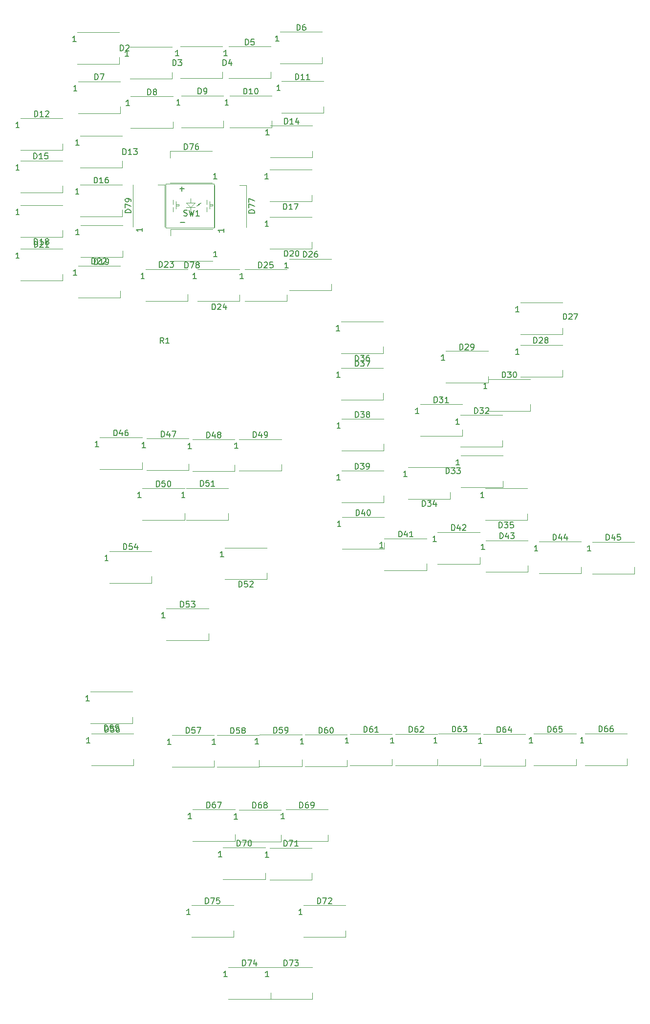
<source format=gbr>
%TF.GenerationSoftware,KiCad,Pcbnew,(5.1.6)-1*%
%TF.CreationDate,2020-11-25T14:24:20+11:00*%
%TF.ProjectId,DISP-EMC Panel PCB V1,44495350-2d45-44d4-9320-50616e656c20,rev?*%
%TF.SameCoordinates,Original*%
%TF.FileFunction,Legend,Top*%
%TF.FilePolarity,Positive*%
%FSLAX46Y46*%
G04 Gerber Fmt 4.6, Leading zero omitted, Abs format (unit mm)*
G04 Created by KiCad (PCBNEW (5.1.6)-1) date 2020-11-25 14:24:20*
%MOMM*%
%LPD*%
G01*
G04 APERTURE LIST*
%ADD10C,0.120000*%
%ADD11C,0.150000*%
G04 APERTURE END LIST*
D10*
%TO.C,SW1*%
X76555600Y-38531800D02*
X76555600Y-39293800D01*
X76555600Y-39293800D02*
X77317600Y-39293800D01*
X77317600Y-39293800D02*
X76555600Y-40055800D01*
X76555600Y-40055800D02*
X75793600Y-39293800D01*
X75793600Y-39293800D02*
X76555600Y-39293800D01*
X77317600Y-40055800D02*
X75793600Y-40055800D01*
X75793600Y-40055800D02*
X76555600Y-40055800D01*
X76555600Y-40055800D02*
X76555600Y-41071800D01*
X78333600Y-39293800D02*
X77825600Y-39547800D01*
X77825600Y-39547800D02*
X78079600Y-39547800D01*
X78079600Y-39547800D02*
X77571600Y-39801800D01*
X73507600Y-38785800D02*
X73507600Y-39547800D01*
X73507600Y-40055800D02*
X73507600Y-40817800D01*
X74015600Y-39039800D02*
X74015600Y-40309800D01*
X74015600Y-39547800D02*
X74523600Y-39547800D01*
X74523600Y-39547800D02*
X74523600Y-39801800D01*
X74523600Y-39801800D02*
X74015600Y-39801800D01*
X79857600Y-39547800D02*
X80365600Y-39547800D01*
X79349600Y-40055800D02*
X79349600Y-40817800D01*
X79857600Y-39039800D02*
X79857600Y-40309800D01*
X80365600Y-39547800D02*
X80365600Y-39801800D01*
X79349600Y-38785800D02*
X79349600Y-39547800D01*
X80365600Y-39801800D02*
X79857600Y-39801800D01*
X72491600Y-35991800D02*
X80619600Y-35991800D01*
X80619600Y-35991800D02*
X80605600Y-43611800D01*
X80625600Y-43611800D02*
X72243600Y-43611800D01*
X72235600Y-43611800D02*
X72237600Y-35991800D01*
X72237600Y-35991800D02*
X73507600Y-35991800D01*
%TO.C,D79*%
X66515600Y-43414800D02*
X66515600Y-36114800D01*
X72015600Y-43414800D02*
X72015600Y-36114800D01*
X72015600Y-36114800D02*
X70865600Y-36114800D01*
%TO.C,D78*%
X80344200Y-49308000D02*
X73044200Y-49308000D01*
X80344200Y-43808000D02*
X73044200Y-43808000D01*
X73044200Y-43808000D02*
X73044200Y-44958000D01*
%TO.C,D77*%
X80688800Y-43539600D02*
X80688800Y-36239600D01*
X86188800Y-43539600D02*
X86188800Y-36239600D01*
X86188800Y-36239600D02*
X85038800Y-36239600D01*
%TO.C,D76*%
X80293400Y-35795200D02*
X72993400Y-35795200D01*
X80293400Y-30295200D02*
X72993400Y-30295200D01*
X72993400Y-30295200D02*
X72993400Y-31445200D01*
%TO.C,D75*%
X76676400Y-160953000D02*
X83976400Y-160953000D01*
X76676400Y-166453000D02*
X83976400Y-166453000D01*
X83976400Y-166453000D02*
X83976400Y-165303000D01*
%TO.C,D74*%
X83091000Y-171697000D02*
X90391000Y-171697000D01*
X83091000Y-177197000D02*
X90391000Y-177197000D01*
X90391000Y-177197000D02*
X90391000Y-176047000D01*
%TO.C,D73*%
X90290800Y-171722000D02*
X97590800Y-171722000D01*
X90290800Y-177222000D02*
X97590800Y-177222000D01*
X97590800Y-177222000D02*
X97590800Y-176072000D01*
%TO.C,D72*%
X96095800Y-160953000D02*
X103395800Y-160953000D01*
X96095800Y-166453000D02*
X103395800Y-166453000D01*
X103395800Y-166453000D02*
X103395800Y-165303000D01*
%TO.C,D71*%
X90267600Y-150996000D02*
X97567600Y-150996000D01*
X90267600Y-156496000D02*
X97567600Y-156496000D01*
X97567600Y-156496000D02*
X97567600Y-155346000D01*
%TO.C,D70*%
X82165000Y-150971000D02*
X89465000Y-150971000D01*
X82165000Y-156471000D02*
X89465000Y-156471000D01*
X89465000Y-156471000D02*
X89465000Y-155321000D01*
%TO.C,D69*%
X93010800Y-144367000D02*
X100310800Y-144367000D01*
X93010800Y-149867000D02*
X100310800Y-149867000D01*
X100310800Y-149867000D02*
X100310800Y-148717000D01*
%TO.C,D68*%
X84882800Y-144392000D02*
X92182800Y-144392000D01*
X84882800Y-149892000D02*
X92182800Y-149892000D01*
X92182800Y-149892000D02*
X92182800Y-148742000D01*
%TO.C,D67*%
X76918800Y-144341000D02*
X84218800Y-144341000D01*
X76918800Y-149841000D02*
X84218800Y-149841000D01*
X84218800Y-149841000D02*
X84218800Y-148691000D01*
%TO.C,D66*%
X144852000Y-131184000D02*
X152152000Y-131184000D01*
X144852000Y-136684000D02*
X152152000Y-136684000D01*
X152152000Y-136684000D02*
X152152000Y-135534000D01*
%TO.C,D65*%
X136011000Y-131235000D02*
X143311000Y-131235000D01*
X136011000Y-136735000D02*
X143311000Y-136735000D01*
X143311000Y-136735000D02*
X143311000Y-135585000D01*
%TO.C,D64*%
X127225000Y-131286000D02*
X134525000Y-131286000D01*
X127225000Y-136786000D02*
X134525000Y-136786000D01*
X134525000Y-136786000D02*
X134525000Y-135636000D01*
%TO.C,D63*%
X119452000Y-131209000D02*
X126752000Y-131209000D01*
X119452000Y-136709000D02*
X126752000Y-136709000D01*
X126752000Y-136709000D02*
X126752000Y-135559000D01*
%TO.C,D62*%
X111985000Y-131260000D02*
X119285000Y-131260000D01*
X111985000Y-136760000D02*
X119285000Y-136760000D01*
X119285000Y-136760000D02*
X119285000Y-135610000D01*
%TO.C,D61*%
X104136000Y-131260000D02*
X111436000Y-131260000D01*
X104136000Y-136760000D02*
X111436000Y-136760000D01*
X111436000Y-136760000D02*
X111436000Y-135610000D01*
%TO.C,D60*%
X96338200Y-131413000D02*
X103638200Y-131413000D01*
X96338200Y-136913000D02*
X103638200Y-136913000D01*
X103638200Y-136913000D02*
X103638200Y-135763000D01*
%TO.C,D59*%
X95815000Y-136887000D02*
X95815000Y-135737000D01*
X88515000Y-136887000D02*
X95815000Y-136887000D01*
X88515000Y-131387000D02*
X95815000Y-131387000D01*
%TO.C,D58*%
X88372800Y-136964000D02*
X88372800Y-135814000D01*
X81072800Y-136964000D02*
X88372800Y-136964000D01*
X81072800Y-131464000D02*
X88372800Y-131464000D01*
%TO.C,D57*%
X80625800Y-136989000D02*
X80625800Y-135839000D01*
X73325800Y-136989000D02*
X80625800Y-136989000D01*
X73325800Y-131489000D02*
X80625800Y-131489000D01*
%TO.C,D56*%
X66616600Y-136735000D02*
X66616600Y-135585000D01*
X59316600Y-136735000D02*
X66616600Y-136735000D01*
X59316600Y-131235000D02*
X66616600Y-131235000D01*
%TO.C,D55*%
X66503400Y-129445000D02*
X66503400Y-128295000D01*
X59203400Y-129445000D02*
X66503400Y-129445000D01*
X59203400Y-123945000D02*
X66503400Y-123945000D01*
%TO.C,D54*%
X69780000Y-105112000D02*
X69780000Y-103962000D01*
X62480000Y-105112000D02*
X69780000Y-105112000D01*
X62480000Y-99612000D02*
X69780000Y-99612000D01*
%TO.C,D53*%
X79635200Y-115044000D02*
X79635200Y-113894000D01*
X72335200Y-115044000D02*
X79635200Y-115044000D01*
X72335200Y-109544000D02*
X79635200Y-109544000D01*
%TO.C,D52*%
X89781400Y-104502000D02*
X89781400Y-103352000D01*
X82481400Y-104502000D02*
X89781400Y-104502000D01*
X82481400Y-99002000D02*
X89781400Y-99002000D01*
%TO.C,D51*%
X83064200Y-94190200D02*
X83064200Y-93040200D01*
X75764200Y-94190200D02*
X83064200Y-94190200D01*
X75764200Y-88690200D02*
X83064200Y-88690200D01*
%TO.C,D50*%
X75481200Y-94215400D02*
X75481200Y-93065400D01*
X68181200Y-94215400D02*
X75481200Y-94215400D01*
X68181200Y-88715400D02*
X75481200Y-88715400D01*
%TO.C,D49*%
X92259000Y-85706200D02*
X92259000Y-84556200D01*
X84959000Y-85706200D02*
X92259000Y-85706200D01*
X84959000Y-80206200D02*
X92259000Y-80206200D01*
%TO.C,D48*%
X84181800Y-85757400D02*
X84181800Y-84607400D01*
X76881800Y-85757400D02*
X84181800Y-85757400D01*
X76881800Y-80257400D02*
X84181800Y-80257400D01*
%TO.C,D47*%
X76231600Y-85604600D02*
X76231600Y-84454600D01*
X68931600Y-85604600D02*
X76231600Y-85604600D01*
X68931600Y-80104600D02*
X76231600Y-80104600D01*
%TO.C,D46*%
X68115200Y-85401600D02*
X68115200Y-84251600D01*
X60815200Y-85401600D02*
X68115200Y-85401600D01*
X60815200Y-79901600D02*
X68115200Y-79901600D01*
%TO.C,D45*%
X153397000Y-103487000D02*
X153397000Y-102337000D01*
X146097000Y-103487000D02*
X153397000Y-103487000D01*
X146097000Y-97987000D02*
X153397000Y-97987000D01*
%TO.C,D44*%
X144202000Y-103461000D02*
X144202000Y-102311000D01*
X136902000Y-103461000D02*
X144202000Y-103461000D01*
X136902000Y-97961000D02*
X144202000Y-97961000D01*
%TO.C,D43*%
X134982000Y-103232000D02*
X134982000Y-102082000D01*
X127682000Y-103232000D02*
X134982000Y-103232000D01*
X127682000Y-97732000D02*
X134982000Y-97732000D01*
%TO.C,D42*%
X126625000Y-101810200D02*
X126625000Y-100660200D01*
X119325000Y-101810200D02*
X126625000Y-101810200D01*
X119325000Y-96310200D02*
X126625000Y-96310200D01*
%TO.C,D41*%
X117405000Y-102902000D02*
X117405000Y-101752000D01*
X110105000Y-102902000D02*
X117405000Y-102902000D01*
X110105000Y-97402000D02*
X117405000Y-97402000D01*
%TO.C,D40*%
X110076000Y-99219200D02*
X110076000Y-98069200D01*
X102776000Y-99219200D02*
X110076000Y-99219200D01*
X102776000Y-93719200D02*
X110076000Y-93719200D01*
%TO.C,D39*%
X109961000Y-91142200D02*
X109961000Y-89992200D01*
X102661000Y-91142200D02*
X109961000Y-91142200D01*
X102661000Y-85642200D02*
X109961000Y-85642200D01*
%TO.C,D38*%
X109988000Y-82176000D02*
X109988000Y-81026000D01*
X102688000Y-82176000D02*
X109988000Y-82176000D01*
X102688000Y-76676000D02*
X109988000Y-76676000D01*
%TO.C,D37*%
X109935000Y-73361800D02*
X109935000Y-72211800D01*
X102635000Y-73361800D02*
X109935000Y-73361800D01*
X102635000Y-67861800D02*
X109935000Y-67861800D01*
%TO.C,D36*%
X109887000Y-65310400D02*
X109887000Y-64160400D01*
X102587000Y-65310400D02*
X109887000Y-65310400D01*
X102587000Y-59810400D02*
X109887000Y-59810400D01*
%TO.C,D35*%
X134892000Y-94240800D02*
X134892000Y-93090800D01*
X127592000Y-94240800D02*
X134892000Y-94240800D01*
X127592000Y-88740800D02*
X134892000Y-88740800D01*
%TO.C,D34*%
X121520000Y-90558000D02*
X121520000Y-89408000D01*
X114220000Y-90558000D02*
X121520000Y-90558000D01*
X114220000Y-85058000D02*
X121520000Y-85058000D01*
%TO.C,D33*%
X130638000Y-88576800D02*
X130638000Y-87426800D01*
X123338000Y-88576800D02*
X130638000Y-88576800D01*
X123338000Y-83076800D02*
X130638000Y-83076800D01*
%TO.C,D32*%
X130585000Y-81540600D02*
X130585000Y-80390600D01*
X123285000Y-81540600D02*
X130585000Y-81540600D01*
X123285000Y-76040600D02*
X130585000Y-76040600D01*
%TO.C,D31*%
X123603000Y-79661400D02*
X123603000Y-78511400D01*
X116303000Y-79661400D02*
X123603000Y-79661400D01*
X116303000Y-74161400D02*
X123603000Y-74161400D01*
%TO.C,D30*%
X135386000Y-75317600D02*
X135386000Y-74167600D01*
X128086000Y-75317600D02*
X135386000Y-75317600D01*
X128086000Y-69817600D02*
X135386000Y-69817600D01*
%TO.C,D29*%
X128073000Y-70441200D02*
X128073000Y-69291200D01*
X120773000Y-70441200D02*
X128073000Y-70441200D01*
X120773000Y-64941200D02*
X128073000Y-64941200D01*
%TO.C,D28*%
X140951000Y-69374000D02*
X140951000Y-68224000D01*
X133651000Y-69374000D02*
X140951000Y-69374000D01*
X133651000Y-63874000D02*
X140951000Y-63874000D01*
%TO.C,D27*%
X140951000Y-62059200D02*
X140951000Y-60909200D01*
X133651000Y-62059200D02*
X140951000Y-62059200D01*
X133651000Y-56559200D02*
X140951000Y-56559200D01*
%TO.C,D26*%
X100945800Y-54464200D02*
X100945800Y-53314200D01*
X93645800Y-54464200D02*
X100945800Y-54464200D01*
X93645800Y-48964200D02*
X100945800Y-48964200D01*
%TO.C,D25*%
X93198800Y-56318400D02*
X93198800Y-55168400D01*
X85898800Y-56318400D02*
X93198800Y-56318400D01*
X85898800Y-50818400D02*
X93198800Y-50818400D01*
%TO.C,D24*%
X85045400Y-56293000D02*
X85045400Y-55143000D01*
X77745400Y-56293000D02*
X85045400Y-56293000D01*
X77745400Y-50793000D02*
X85045400Y-50793000D01*
%TO.C,D23*%
X76040000Y-56267800D02*
X76040000Y-55117800D01*
X68740000Y-56267800D02*
X76040000Y-56267800D01*
X68740000Y-50767800D02*
X76040000Y-50767800D01*
%TO.C,D22*%
X64344400Y-55683800D02*
X64344400Y-54533800D01*
X57044400Y-55683800D02*
X64344400Y-55683800D01*
X57044400Y-50183800D02*
X64344400Y-50183800D01*
%TO.C,D21*%
X54362200Y-52762400D02*
X54362200Y-51612400D01*
X47062200Y-52762400D02*
X54362200Y-52762400D01*
X47062200Y-47262400D02*
X54362200Y-47262400D01*
%TO.C,D20*%
X97542200Y-47225200D02*
X97542200Y-46075200D01*
X90242200Y-47225200D02*
X97542200Y-47225200D01*
X90242200Y-41725200D02*
X97542200Y-41725200D01*
%TO.C,D19*%
X64748600Y-48698400D02*
X64748600Y-47548400D01*
X57448600Y-48698400D02*
X64748600Y-48698400D01*
X57448600Y-43198400D02*
X64748600Y-43198400D01*
%TO.C,D18*%
X54362200Y-45167800D02*
X54362200Y-44017800D01*
X47062200Y-45167800D02*
X54362200Y-45167800D01*
X47062200Y-39667800D02*
X54362200Y-39667800D01*
%TO.C,D17*%
X97516800Y-39021000D02*
X97516800Y-37871000D01*
X90216800Y-39021000D02*
X97516800Y-39021000D01*
X90216800Y-33521000D02*
X97516800Y-33521000D01*
%TO.C,D16*%
X64700000Y-41611800D02*
X64700000Y-40461800D01*
X57400000Y-41611800D02*
X64700000Y-41611800D01*
X57400000Y-36111800D02*
X64700000Y-36111800D01*
%TO.C,D15*%
X54362200Y-37471600D02*
X54362200Y-36321600D01*
X47062200Y-37471600D02*
X54362200Y-37471600D01*
X47062200Y-31971600D02*
X54362200Y-31971600D01*
%TO.C,D14*%
X97643800Y-31401400D02*
X97643800Y-30251400D01*
X90343800Y-31401400D02*
X97643800Y-31401400D01*
X90343800Y-25901400D02*
X97643800Y-25901400D01*
%TO.C,D13*%
X64725400Y-33153600D02*
X64725400Y-32003600D01*
X57425400Y-33153600D02*
X64725400Y-33153600D01*
X57425400Y-27653600D02*
X64725400Y-27653600D01*
%TO.C,D12*%
X54362200Y-30131000D02*
X54362200Y-28981000D01*
X47062200Y-30131000D02*
X54362200Y-30131000D01*
X47062200Y-24631000D02*
X54362200Y-24631000D01*
%TO.C,D11*%
X99574200Y-23704800D02*
X99574200Y-22554800D01*
X92274200Y-23704800D02*
X99574200Y-23704800D01*
X92274200Y-18204800D02*
X99574200Y-18204800D01*
%TO.C,D10*%
X90605800Y-26219400D02*
X90605800Y-25069400D01*
X83305800Y-26219400D02*
X90605800Y-26219400D01*
X83305800Y-20719400D02*
X90605800Y-20719400D01*
%TO.C,D9*%
X82226000Y-26194000D02*
X82226000Y-25044000D01*
X74926000Y-26194000D02*
X82226000Y-26194000D01*
X74926000Y-20694000D02*
X82226000Y-20694000D01*
%TO.C,D8*%
X73463000Y-26321400D02*
X73463000Y-25171400D01*
X66163000Y-26321400D02*
X73463000Y-26321400D01*
X66163000Y-20821400D02*
X73463000Y-20821400D01*
%TO.C,D7*%
X64367600Y-23755600D02*
X64367600Y-22605600D01*
X57067600Y-23755600D02*
X64367600Y-23755600D01*
X57067600Y-18255600D02*
X64367600Y-18255600D01*
%TO.C,D6*%
X99345600Y-15170800D02*
X99345600Y-14020800D01*
X92045600Y-15170800D02*
X99345600Y-15170800D01*
X92045600Y-9670800D02*
X99345600Y-9670800D01*
%TO.C,D5*%
X90404800Y-17685400D02*
X90404800Y-16535400D01*
X83104800Y-17685400D02*
X90404800Y-17685400D01*
X83104800Y-12185400D02*
X90404800Y-12185400D01*
%TO.C,D4*%
X82022800Y-17685400D02*
X82022800Y-16535400D01*
X74722800Y-17685400D02*
X82022800Y-17685400D01*
X74722800Y-12185400D02*
X82022800Y-12185400D01*
%TO.C,D3*%
X73310600Y-17787000D02*
X73310600Y-16637000D01*
X66010600Y-17787000D02*
X73310600Y-17787000D01*
X66010600Y-12287000D02*
X73310600Y-12287000D01*
%TO.C,D2*%
X64203600Y-15221400D02*
X64203600Y-14071400D01*
X56903600Y-15221400D02*
X64203600Y-15221400D01*
X56903600Y-9721400D02*
X64203600Y-9721400D01*
%TO.C,SW1*%
D11*
X75374666Y-41476561D02*
X75517523Y-41524180D01*
X75755619Y-41524180D01*
X75850857Y-41476561D01*
X75898476Y-41428942D01*
X75946095Y-41333704D01*
X75946095Y-41238466D01*
X75898476Y-41143228D01*
X75850857Y-41095609D01*
X75755619Y-41047990D01*
X75565142Y-41000371D01*
X75469904Y-40952752D01*
X75422285Y-40905133D01*
X75374666Y-40809895D01*
X75374666Y-40714657D01*
X75422285Y-40619419D01*
X75469904Y-40571800D01*
X75565142Y-40524180D01*
X75803238Y-40524180D01*
X75946095Y-40571800D01*
X76279428Y-40524180D02*
X76517523Y-41524180D01*
X76708000Y-40809895D01*
X76898476Y-41524180D01*
X77136571Y-40524180D01*
X78041333Y-41524180D02*
X77469904Y-41524180D01*
X77755619Y-41524180D02*
X77755619Y-40524180D01*
X77660380Y-40667038D01*
X77565142Y-40762276D01*
X77469904Y-40809895D01*
X74754647Y-42683228D02*
X75516552Y-42683228D01*
X74650647Y-36825228D02*
X75412552Y-36825228D01*
X75031600Y-37206180D02*
X75031600Y-36444276D01*
%TO.C,D79*%
X66217980Y-40979085D02*
X65217980Y-40979085D01*
X65217980Y-40740990D01*
X65265600Y-40598133D01*
X65360838Y-40502895D01*
X65456076Y-40455276D01*
X65646552Y-40407657D01*
X65789409Y-40407657D01*
X65979885Y-40455276D01*
X66075123Y-40502895D01*
X66170361Y-40598133D01*
X66217980Y-40740990D01*
X66217980Y-40979085D01*
X65217980Y-40074323D02*
X65217980Y-39407657D01*
X66217980Y-39836228D01*
X66217980Y-38979085D02*
X66217980Y-38788609D01*
X66170361Y-38693371D01*
X66122742Y-38645752D01*
X65979885Y-38550514D01*
X65789409Y-38502895D01*
X65408457Y-38502895D01*
X65313219Y-38550514D01*
X65265600Y-38598133D01*
X65217980Y-38693371D01*
X65217980Y-38883847D01*
X65265600Y-38979085D01*
X65313219Y-39026704D01*
X65408457Y-39074323D01*
X65646552Y-39074323D01*
X65741790Y-39026704D01*
X65789409Y-38979085D01*
X65837028Y-38883847D01*
X65837028Y-38693371D01*
X65789409Y-38598133D01*
X65741790Y-38550514D01*
X65646552Y-38502895D01*
X68117980Y-43629085D02*
X68117980Y-44200514D01*
X68117980Y-43914800D02*
X67117980Y-43914800D01*
X67260838Y-44010038D01*
X67356076Y-44105276D01*
X67403695Y-44200514D01*
%TO.C,D78*%
X75550314Y-50545380D02*
X75550314Y-49545380D01*
X75788409Y-49545380D01*
X75931266Y-49593000D01*
X76026504Y-49688238D01*
X76074123Y-49783476D01*
X76121742Y-49973952D01*
X76121742Y-50116809D01*
X76074123Y-50307285D01*
X76026504Y-50402523D01*
X75931266Y-50497761D01*
X75788409Y-50545380D01*
X75550314Y-50545380D01*
X76455076Y-49545380D02*
X77121742Y-49545380D01*
X76693171Y-50545380D01*
X77645552Y-49973952D02*
X77550314Y-49926333D01*
X77502695Y-49878714D01*
X77455076Y-49783476D01*
X77455076Y-49735857D01*
X77502695Y-49640619D01*
X77550314Y-49593000D01*
X77645552Y-49545380D01*
X77836028Y-49545380D01*
X77931266Y-49593000D01*
X77978885Y-49640619D01*
X78026504Y-49735857D01*
X78026504Y-49783476D01*
X77978885Y-49878714D01*
X77931266Y-49926333D01*
X77836028Y-49973952D01*
X77645552Y-49973952D01*
X77550314Y-50021571D01*
X77502695Y-50069190D01*
X77455076Y-50164428D01*
X77455076Y-50354904D01*
X77502695Y-50450142D01*
X77550314Y-50497761D01*
X77645552Y-50545380D01*
X77836028Y-50545380D01*
X77931266Y-50497761D01*
X77978885Y-50450142D01*
X78026504Y-50354904D01*
X78026504Y-50164428D01*
X77978885Y-50069190D01*
X77931266Y-50021571D01*
X77836028Y-49973952D01*
X81129914Y-48610380D02*
X80558485Y-48610380D01*
X80844200Y-48610380D02*
X80844200Y-47610380D01*
X80748961Y-47753238D01*
X80653723Y-47848476D01*
X80558485Y-47896095D01*
%TO.C,D77*%
X87599780Y-41041485D02*
X86599780Y-41041485D01*
X86599780Y-40803390D01*
X86647400Y-40660533D01*
X86742638Y-40565295D01*
X86837876Y-40517676D01*
X87028352Y-40470057D01*
X87171209Y-40470057D01*
X87361685Y-40517676D01*
X87456923Y-40565295D01*
X87552161Y-40660533D01*
X87599780Y-40803390D01*
X87599780Y-41041485D01*
X86599780Y-40136723D02*
X86599780Y-39470057D01*
X87599780Y-39898628D01*
X86599780Y-39184342D02*
X86599780Y-38517676D01*
X87599780Y-38946247D01*
X82291180Y-43753885D02*
X82291180Y-44325314D01*
X82291180Y-44039600D02*
X81291180Y-44039600D01*
X81434038Y-44134838D01*
X81529276Y-44230076D01*
X81576895Y-44325314D01*
%TO.C,D76*%
X75442914Y-30043380D02*
X75442914Y-29043380D01*
X75681009Y-29043380D01*
X75823866Y-29091000D01*
X75919104Y-29186238D01*
X75966723Y-29281476D01*
X76014342Y-29471952D01*
X76014342Y-29614809D01*
X75966723Y-29805285D01*
X75919104Y-29900523D01*
X75823866Y-29995761D01*
X75681009Y-30043380D01*
X75442914Y-30043380D01*
X76347676Y-29043380D02*
X77014342Y-29043380D01*
X76585771Y-30043380D01*
X77823866Y-29043380D02*
X77633390Y-29043380D01*
X77538152Y-29091000D01*
X77490533Y-29138619D01*
X77395295Y-29281476D01*
X77347676Y-29471952D01*
X77347676Y-29852904D01*
X77395295Y-29948142D01*
X77442914Y-29995761D01*
X77538152Y-30043380D01*
X77728628Y-30043380D01*
X77823866Y-29995761D01*
X77871485Y-29948142D01*
X77919104Y-29852904D01*
X77919104Y-29614809D01*
X77871485Y-29519571D01*
X77823866Y-29471952D01*
X77728628Y-29424333D01*
X77538152Y-29424333D01*
X77442914Y-29471952D01*
X77395295Y-29519571D01*
X77347676Y-29614809D01*
X81079114Y-35097580D02*
X80507685Y-35097580D01*
X80793400Y-35097580D02*
X80793400Y-34097580D01*
X80698161Y-34240438D01*
X80602923Y-34335676D01*
X80507685Y-34383295D01*
%TO.C,D75*%
X79112114Y-160655380D02*
X79112114Y-159655380D01*
X79350209Y-159655380D01*
X79493066Y-159703000D01*
X79588304Y-159798238D01*
X79635923Y-159893476D01*
X79683542Y-160083952D01*
X79683542Y-160226809D01*
X79635923Y-160417285D01*
X79588304Y-160512523D01*
X79493066Y-160607761D01*
X79350209Y-160655380D01*
X79112114Y-160655380D01*
X80016876Y-159655380D02*
X80683542Y-159655380D01*
X80254971Y-160655380D01*
X81540685Y-159655380D02*
X81064495Y-159655380D01*
X81016876Y-160131571D01*
X81064495Y-160083952D01*
X81159733Y-160036333D01*
X81397828Y-160036333D01*
X81493066Y-160083952D01*
X81540685Y-160131571D01*
X81588304Y-160226809D01*
X81588304Y-160464904D01*
X81540685Y-160560142D01*
X81493066Y-160607761D01*
X81397828Y-160655380D01*
X81159733Y-160655380D01*
X81064495Y-160607761D01*
X81016876Y-160560142D01*
X76462114Y-162555380D02*
X75890685Y-162555380D01*
X76176400Y-162555380D02*
X76176400Y-161555380D01*
X76081161Y-161698238D01*
X75985923Y-161793476D01*
X75890685Y-161841095D01*
%TO.C,D74*%
X85526714Y-171399380D02*
X85526714Y-170399380D01*
X85764809Y-170399380D01*
X85907666Y-170447000D01*
X86002904Y-170542238D01*
X86050523Y-170637476D01*
X86098142Y-170827952D01*
X86098142Y-170970809D01*
X86050523Y-171161285D01*
X86002904Y-171256523D01*
X85907666Y-171351761D01*
X85764809Y-171399380D01*
X85526714Y-171399380D01*
X86431476Y-170399380D02*
X87098142Y-170399380D01*
X86669571Y-171399380D01*
X87907666Y-170732714D02*
X87907666Y-171399380D01*
X87669571Y-170351761D02*
X87431476Y-171066047D01*
X88050523Y-171066047D01*
X82876714Y-173299380D02*
X82305285Y-173299380D01*
X82591000Y-173299380D02*
X82591000Y-172299380D01*
X82495761Y-172442238D01*
X82400523Y-172537476D01*
X82305285Y-172585095D01*
%TO.C,D73*%
X92726514Y-171424380D02*
X92726514Y-170424380D01*
X92964609Y-170424380D01*
X93107466Y-170472000D01*
X93202704Y-170567238D01*
X93250323Y-170662476D01*
X93297942Y-170852952D01*
X93297942Y-170995809D01*
X93250323Y-171186285D01*
X93202704Y-171281523D01*
X93107466Y-171376761D01*
X92964609Y-171424380D01*
X92726514Y-171424380D01*
X93631276Y-170424380D02*
X94297942Y-170424380D01*
X93869371Y-171424380D01*
X94583657Y-170424380D02*
X95202704Y-170424380D01*
X94869371Y-170805333D01*
X95012228Y-170805333D01*
X95107466Y-170852952D01*
X95155085Y-170900571D01*
X95202704Y-170995809D01*
X95202704Y-171233904D01*
X95155085Y-171329142D01*
X95107466Y-171376761D01*
X95012228Y-171424380D01*
X94726514Y-171424380D01*
X94631276Y-171376761D01*
X94583657Y-171329142D01*
X90076514Y-173324380D02*
X89505085Y-173324380D01*
X89790800Y-173324380D02*
X89790800Y-172324380D01*
X89695561Y-172467238D01*
X89600323Y-172562476D01*
X89505085Y-172610095D01*
%TO.C,D72*%
X98531514Y-160655380D02*
X98531514Y-159655380D01*
X98769609Y-159655380D01*
X98912466Y-159703000D01*
X99007704Y-159798238D01*
X99055323Y-159893476D01*
X99102942Y-160083952D01*
X99102942Y-160226809D01*
X99055323Y-160417285D01*
X99007704Y-160512523D01*
X98912466Y-160607761D01*
X98769609Y-160655380D01*
X98531514Y-160655380D01*
X99436276Y-159655380D02*
X100102942Y-159655380D01*
X99674371Y-160655380D01*
X100436276Y-159750619D02*
X100483895Y-159703000D01*
X100579133Y-159655380D01*
X100817228Y-159655380D01*
X100912466Y-159703000D01*
X100960085Y-159750619D01*
X101007704Y-159845857D01*
X101007704Y-159941095D01*
X100960085Y-160083952D01*
X100388657Y-160655380D01*
X101007704Y-160655380D01*
X95881514Y-162555380D02*
X95310085Y-162555380D01*
X95595800Y-162555380D02*
X95595800Y-161555380D01*
X95500561Y-161698238D01*
X95405323Y-161793476D01*
X95310085Y-161841095D01*
%TO.C,D71*%
X92703314Y-150698380D02*
X92703314Y-149698380D01*
X92941409Y-149698380D01*
X93084266Y-149746000D01*
X93179504Y-149841238D01*
X93227123Y-149936476D01*
X93274742Y-150126952D01*
X93274742Y-150269809D01*
X93227123Y-150460285D01*
X93179504Y-150555523D01*
X93084266Y-150650761D01*
X92941409Y-150698380D01*
X92703314Y-150698380D01*
X93608076Y-149698380D02*
X94274742Y-149698380D01*
X93846171Y-150698380D01*
X95179504Y-150698380D02*
X94608076Y-150698380D01*
X94893790Y-150698380D02*
X94893790Y-149698380D01*
X94798552Y-149841238D01*
X94703314Y-149936476D01*
X94608076Y-149984095D01*
X90053314Y-152598380D02*
X89481885Y-152598380D01*
X89767600Y-152598380D02*
X89767600Y-151598380D01*
X89672361Y-151741238D01*
X89577123Y-151836476D01*
X89481885Y-151884095D01*
%TO.C,D70*%
X84600714Y-150673380D02*
X84600714Y-149673380D01*
X84838809Y-149673380D01*
X84981666Y-149721000D01*
X85076904Y-149816238D01*
X85124523Y-149911476D01*
X85172142Y-150101952D01*
X85172142Y-150244809D01*
X85124523Y-150435285D01*
X85076904Y-150530523D01*
X84981666Y-150625761D01*
X84838809Y-150673380D01*
X84600714Y-150673380D01*
X85505476Y-149673380D02*
X86172142Y-149673380D01*
X85743571Y-150673380D01*
X86743571Y-149673380D02*
X86838809Y-149673380D01*
X86934047Y-149721000D01*
X86981666Y-149768619D01*
X87029285Y-149863857D01*
X87076904Y-150054333D01*
X87076904Y-150292428D01*
X87029285Y-150482904D01*
X86981666Y-150578142D01*
X86934047Y-150625761D01*
X86838809Y-150673380D01*
X86743571Y-150673380D01*
X86648333Y-150625761D01*
X86600714Y-150578142D01*
X86553095Y-150482904D01*
X86505476Y-150292428D01*
X86505476Y-150054333D01*
X86553095Y-149863857D01*
X86600714Y-149768619D01*
X86648333Y-149721000D01*
X86743571Y-149673380D01*
X81950714Y-152573380D02*
X81379285Y-152573380D01*
X81665000Y-152573380D02*
X81665000Y-151573380D01*
X81569761Y-151716238D01*
X81474523Y-151811476D01*
X81379285Y-151859095D01*
%TO.C,D69*%
X95446514Y-144069380D02*
X95446514Y-143069380D01*
X95684609Y-143069380D01*
X95827466Y-143117000D01*
X95922704Y-143212238D01*
X95970323Y-143307476D01*
X96017942Y-143497952D01*
X96017942Y-143640809D01*
X95970323Y-143831285D01*
X95922704Y-143926523D01*
X95827466Y-144021761D01*
X95684609Y-144069380D01*
X95446514Y-144069380D01*
X96875085Y-143069380D02*
X96684609Y-143069380D01*
X96589371Y-143117000D01*
X96541752Y-143164619D01*
X96446514Y-143307476D01*
X96398895Y-143497952D01*
X96398895Y-143878904D01*
X96446514Y-143974142D01*
X96494133Y-144021761D01*
X96589371Y-144069380D01*
X96779847Y-144069380D01*
X96875085Y-144021761D01*
X96922704Y-143974142D01*
X96970323Y-143878904D01*
X96970323Y-143640809D01*
X96922704Y-143545571D01*
X96875085Y-143497952D01*
X96779847Y-143450333D01*
X96589371Y-143450333D01*
X96494133Y-143497952D01*
X96446514Y-143545571D01*
X96398895Y-143640809D01*
X97446514Y-144069380D02*
X97636990Y-144069380D01*
X97732228Y-144021761D01*
X97779847Y-143974142D01*
X97875085Y-143831285D01*
X97922704Y-143640809D01*
X97922704Y-143259857D01*
X97875085Y-143164619D01*
X97827466Y-143117000D01*
X97732228Y-143069380D01*
X97541752Y-143069380D01*
X97446514Y-143117000D01*
X97398895Y-143164619D01*
X97351276Y-143259857D01*
X97351276Y-143497952D01*
X97398895Y-143593190D01*
X97446514Y-143640809D01*
X97541752Y-143688428D01*
X97732228Y-143688428D01*
X97827466Y-143640809D01*
X97875085Y-143593190D01*
X97922704Y-143497952D01*
X92796514Y-145969380D02*
X92225085Y-145969380D01*
X92510800Y-145969380D02*
X92510800Y-144969380D01*
X92415561Y-145112238D01*
X92320323Y-145207476D01*
X92225085Y-145255095D01*
%TO.C,D68*%
X87318514Y-144094380D02*
X87318514Y-143094380D01*
X87556609Y-143094380D01*
X87699466Y-143142000D01*
X87794704Y-143237238D01*
X87842323Y-143332476D01*
X87889942Y-143522952D01*
X87889942Y-143665809D01*
X87842323Y-143856285D01*
X87794704Y-143951523D01*
X87699466Y-144046761D01*
X87556609Y-144094380D01*
X87318514Y-144094380D01*
X88747085Y-143094380D02*
X88556609Y-143094380D01*
X88461371Y-143142000D01*
X88413752Y-143189619D01*
X88318514Y-143332476D01*
X88270895Y-143522952D01*
X88270895Y-143903904D01*
X88318514Y-143999142D01*
X88366133Y-144046761D01*
X88461371Y-144094380D01*
X88651847Y-144094380D01*
X88747085Y-144046761D01*
X88794704Y-143999142D01*
X88842323Y-143903904D01*
X88842323Y-143665809D01*
X88794704Y-143570571D01*
X88747085Y-143522952D01*
X88651847Y-143475333D01*
X88461371Y-143475333D01*
X88366133Y-143522952D01*
X88318514Y-143570571D01*
X88270895Y-143665809D01*
X89413752Y-143522952D02*
X89318514Y-143475333D01*
X89270895Y-143427714D01*
X89223276Y-143332476D01*
X89223276Y-143284857D01*
X89270895Y-143189619D01*
X89318514Y-143142000D01*
X89413752Y-143094380D01*
X89604228Y-143094380D01*
X89699466Y-143142000D01*
X89747085Y-143189619D01*
X89794704Y-143284857D01*
X89794704Y-143332476D01*
X89747085Y-143427714D01*
X89699466Y-143475333D01*
X89604228Y-143522952D01*
X89413752Y-143522952D01*
X89318514Y-143570571D01*
X89270895Y-143618190D01*
X89223276Y-143713428D01*
X89223276Y-143903904D01*
X89270895Y-143999142D01*
X89318514Y-144046761D01*
X89413752Y-144094380D01*
X89604228Y-144094380D01*
X89699466Y-144046761D01*
X89747085Y-143999142D01*
X89794704Y-143903904D01*
X89794704Y-143713428D01*
X89747085Y-143618190D01*
X89699466Y-143570571D01*
X89604228Y-143522952D01*
X84668514Y-145994380D02*
X84097085Y-145994380D01*
X84382800Y-145994380D02*
X84382800Y-144994380D01*
X84287561Y-145137238D01*
X84192323Y-145232476D01*
X84097085Y-145280095D01*
%TO.C,D67*%
X79354514Y-144043380D02*
X79354514Y-143043380D01*
X79592609Y-143043380D01*
X79735466Y-143091000D01*
X79830704Y-143186238D01*
X79878323Y-143281476D01*
X79925942Y-143471952D01*
X79925942Y-143614809D01*
X79878323Y-143805285D01*
X79830704Y-143900523D01*
X79735466Y-143995761D01*
X79592609Y-144043380D01*
X79354514Y-144043380D01*
X80783085Y-143043380D02*
X80592609Y-143043380D01*
X80497371Y-143091000D01*
X80449752Y-143138619D01*
X80354514Y-143281476D01*
X80306895Y-143471952D01*
X80306895Y-143852904D01*
X80354514Y-143948142D01*
X80402133Y-143995761D01*
X80497371Y-144043380D01*
X80687847Y-144043380D01*
X80783085Y-143995761D01*
X80830704Y-143948142D01*
X80878323Y-143852904D01*
X80878323Y-143614809D01*
X80830704Y-143519571D01*
X80783085Y-143471952D01*
X80687847Y-143424333D01*
X80497371Y-143424333D01*
X80402133Y-143471952D01*
X80354514Y-143519571D01*
X80306895Y-143614809D01*
X81211657Y-143043380D02*
X81878323Y-143043380D01*
X81449752Y-144043380D01*
X76704514Y-145943380D02*
X76133085Y-145943380D01*
X76418800Y-145943380D02*
X76418800Y-144943380D01*
X76323561Y-145086238D01*
X76228323Y-145181476D01*
X76133085Y-145229095D01*
%TO.C,D66*%
X147287714Y-130886380D02*
X147287714Y-129886380D01*
X147525809Y-129886380D01*
X147668666Y-129934000D01*
X147763904Y-130029238D01*
X147811523Y-130124476D01*
X147859142Y-130314952D01*
X147859142Y-130457809D01*
X147811523Y-130648285D01*
X147763904Y-130743523D01*
X147668666Y-130838761D01*
X147525809Y-130886380D01*
X147287714Y-130886380D01*
X148716285Y-129886380D02*
X148525809Y-129886380D01*
X148430571Y-129934000D01*
X148382952Y-129981619D01*
X148287714Y-130124476D01*
X148240095Y-130314952D01*
X148240095Y-130695904D01*
X148287714Y-130791142D01*
X148335333Y-130838761D01*
X148430571Y-130886380D01*
X148621047Y-130886380D01*
X148716285Y-130838761D01*
X148763904Y-130791142D01*
X148811523Y-130695904D01*
X148811523Y-130457809D01*
X148763904Y-130362571D01*
X148716285Y-130314952D01*
X148621047Y-130267333D01*
X148430571Y-130267333D01*
X148335333Y-130314952D01*
X148287714Y-130362571D01*
X148240095Y-130457809D01*
X149668666Y-129886380D02*
X149478190Y-129886380D01*
X149382952Y-129934000D01*
X149335333Y-129981619D01*
X149240095Y-130124476D01*
X149192476Y-130314952D01*
X149192476Y-130695904D01*
X149240095Y-130791142D01*
X149287714Y-130838761D01*
X149382952Y-130886380D01*
X149573428Y-130886380D01*
X149668666Y-130838761D01*
X149716285Y-130791142D01*
X149763904Y-130695904D01*
X149763904Y-130457809D01*
X149716285Y-130362571D01*
X149668666Y-130314952D01*
X149573428Y-130267333D01*
X149382952Y-130267333D01*
X149287714Y-130314952D01*
X149240095Y-130362571D01*
X149192476Y-130457809D01*
X144637714Y-132786380D02*
X144066285Y-132786380D01*
X144352000Y-132786380D02*
X144352000Y-131786380D01*
X144256761Y-131929238D01*
X144161523Y-132024476D01*
X144066285Y-132072095D01*
%TO.C,D65*%
X138446714Y-130937380D02*
X138446714Y-129937380D01*
X138684809Y-129937380D01*
X138827666Y-129985000D01*
X138922904Y-130080238D01*
X138970523Y-130175476D01*
X139018142Y-130365952D01*
X139018142Y-130508809D01*
X138970523Y-130699285D01*
X138922904Y-130794523D01*
X138827666Y-130889761D01*
X138684809Y-130937380D01*
X138446714Y-130937380D01*
X139875285Y-129937380D02*
X139684809Y-129937380D01*
X139589571Y-129985000D01*
X139541952Y-130032619D01*
X139446714Y-130175476D01*
X139399095Y-130365952D01*
X139399095Y-130746904D01*
X139446714Y-130842142D01*
X139494333Y-130889761D01*
X139589571Y-130937380D01*
X139780047Y-130937380D01*
X139875285Y-130889761D01*
X139922904Y-130842142D01*
X139970523Y-130746904D01*
X139970523Y-130508809D01*
X139922904Y-130413571D01*
X139875285Y-130365952D01*
X139780047Y-130318333D01*
X139589571Y-130318333D01*
X139494333Y-130365952D01*
X139446714Y-130413571D01*
X139399095Y-130508809D01*
X140875285Y-129937380D02*
X140399095Y-129937380D01*
X140351476Y-130413571D01*
X140399095Y-130365952D01*
X140494333Y-130318333D01*
X140732428Y-130318333D01*
X140827666Y-130365952D01*
X140875285Y-130413571D01*
X140922904Y-130508809D01*
X140922904Y-130746904D01*
X140875285Y-130842142D01*
X140827666Y-130889761D01*
X140732428Y-130937380D01*
X140494333Y-130937380D01*
X140399095Y-130889761D01*
X140351476Y-130842142D01*
X135796714Y-132837380D02*
X135225285Y-132837380D01*
X135511000Y-132837380D02*
X135511000Y-131837380D01*
X135415761Y-131980238D01*
X135320523Y-132075476D01*
X135225285Y-132123095D01*
%TO.C,D64*%
X129660714Y-130988380D02*
X129660714Y-129988380D01*
X129898809Y-129988380D01*
X130041666Y-130036000D01*
X130136904Y-130131238D01*
X130184523Y-130226476D01*
X130232142Y-130416952D01*
X130232142Y-130559809D01*
X130184523Y-130750285D01*
X130136904Y-130845523D01*
X130041666Y-130940761D01*
X129898809Y-130988380D01*
X129660714Y-130988380D01*
X131089285Y-129988380D02*
X130898809Y-129988380D01*
X130803571Y-130036000D01*
X130755952Y-130083619D01*
X130660714Y-130226476D01*
X130613095Y-130416952D01*
X130613095Y-130797904D01*
X130660714Y-130893142D01*
X130708333Y-130940761D01*
X130803571Y-130988380D01*
X130994047Y-130988380D01*
X131089285Y-130940761D01*
X131136904Y-130893142D01*
X131184523Y-130797904D01*
X131184523Y-130559809D01*
X131136904Y-130464571D01*
X131089285Y-130416952D01*
X130994047Y-130369333D01*
X130803571Y-130369333D01*
X130708333Y-130416952D01*
X130660714Y-130464571D01*
X130613095Y-130559809D01*
X132041666Y-130321714D02*
X132041666Y-130988380D01*
X131803571Y-129940761D02*
X131565476Y-130655047D01*
X132184523Y-130655047D01*
X127010714Y-132888380D02*
X126439285Y-132888380D01*
X126725000Y-132888380D02*
X126725000Y-131888380D01*
X126629761Y-132031238D01*
X126534523Y-132126476D01*
X126439285Y-132174095D01*
%TO.C,D63*%
X121887714Y-130911380D02*
X121887714Y-129911380D01*
X122125809Y-129911380D01*
X122268666Y-129959000D01*
X122363904Y-130054238D01*
X122411523Y-130149476D01*
X122459142Y-130339952D01*
X122459142Y-130482809D01*
X122411523Y-130673285D01*
X122363904Y-130768523D01*
X122268666Y-130863761D01*
X122125809Y-130911380D01*
X121887714Y-130911380D01*
X123316285Y-129911380D02*
X123125809Y-129911380D01*
X123030571Y-129959000D01*
X122982952Y-130006619D01*
X122887714Y-130149476D01*
X122840095Y-130339952D01*
X122840095Y-130720904D01*
X122887714Y-130816142D01*
X122935333Y-130863761D01*
X123030571Y-130911380D01*
X123221047Y-130911380D01*
X123316285Y-130863761D01*
X123363904Y-130816142D01*
X123411523Y-130720904D01*
X123411523Y-130482809D01*
X123363904Y-130387571D01*
X123316285Y-130339952D01*
X123221047Y-130292333D01*
X123030571Y-130292333D01*
X122935333Y-130339952D01*
X122887714Y-130387571D01*
X122840095Y-130482809D01*
X123744857Y-129911380D02*
X124363904Y-129911380D01*
X124030571Y-130292333D01*
X124173428Y-130292333D01*
X124268666Y-130339952D01*
X124316285Y-130387571D01*
X124363904Y-130482809D01*
X124363904Y-130720904D01*
X124316285Y-130816142D01*
X124268666Y-130863761D01*
X124173428Y-130911380D01*
X123887714Y-130911380D01*
X123792476Y-130863761D01*
X123744857Y-130816142D01*
X119237714Y-132811380D02*
X118666285Y-132811380D01*
X118952000Y-132811380D02*
X118952000Y-131811380D01*
X118856761Y-131954238D01*
X118761523Y-132049476D01*
X118666285Y-132097095D01*
%TO.C,D62*%
X114420714Y-130962380D02*
X114420714Y-129962380D01*
X114658809Y-129962380D01*
X114801666Y-130010000D01*
X114896904Y-130105238D01*
X114944523Y-130200476D01*
X114992142Y-130390952D01*
X114992142Y-130533809D01*
X114944523Y-130724285D01*
X114896904Y-130819523D01*
X114801666Y-130914761D01*
X114658809Y-130962380D01*
X114420714Y-130962380D01*
X115849285Y-129962380D02*
X115658809Y-129962380D01*
X115563571Y-130010000D01*
X115515952Y-130057619D01*
X115420714Y-130200476D01*
X115373095Y-130390952D01*
X115373095Y-130771904D01*
X115420714Y-130867142D01*
X115468333Y-130914761D01*
X115563571Y-130962380D01*
X115754047Y-130962380D01*
X115849285Y-130914761D01*
X115896904Y-130867142D01*
X115944523Y-130771904D01*
X115944523Y-130533809D01*
X115896904Y-130438571D01*
X115849285Y-130390952D01*
X115754047Y-130343333D01*
X115563571Y-130343333D01*
X115468333Y-130390952D01*
X115420714Y-130438571D01*
X115373095Y-130533809D01*
X116325476Y-130057619D02*
X116373095Y-130010000D01*
X116468333Y-129962380D01*
X116706428Y-129962380D01*
X116801666Y-130010000D01*
X116849285Y-130057619D01*
X116896904Y-130152857D01*
X116896904Y-130248095D01*
X116849285Y-130390952D01*
X116277857Y-130962380D01*
X116896904Y-130962380D01*
X111770714Y-132862380D02*
X111199285Y-132862380D01*
X111485000Y-132862380D02*
X111485000Y-131862380D01*
X111389761Y-132005238D01*
X111294523Y-132100476D01*
X111199285Y-132148095D01*
%TO.C,D61*%
X106571714Y-130962380D02*
X106571714Y-129962380D01*
X106809809Y-129962380D01*
X106952666Y-130010000D01*
X107047904Y-130105238D01*
X107095523Y-130200476D01*
X107143142Y-130390952D01*
X107143142Y-130533809D01*
X107095523Y-130724285D01*
X107047904Y-130819523D01*
X106952666Y-130914761D01*
X106809809Y-130962380D01*
X106571714Y-130962380D01*
X108000285Y-129962380D02*
X107809809Y-129962380D01*
X107714571Y-130010000D01*
X107666952Y-130057619D01*
X107571714Y-130200476D01*
X107524095Y-130390952D01*
X107524095Y-130771904D01*
X107571714Y-130867142D01*
X107619333Y-130914761D01*
X107714571Y-130962380D01*
X107905047Y-130962380D01*
X108000285Y-130914761D01*
X108047904Y-130867142D01*
X108095523Y-130771904D01*
X108095523Y-130533809D01*
X108047904Y-130438571D01*
X108000285Y-130390952D01*
X107905047Y-130343333D01*
X107714571Y-130343333D01*
X107619333Y-130390952D01*
X107571714Y-130438571D01*
X107524095Y-130533809D01*
X109047904Y-130962380D02*
X108476476Y-130962380D01*
X108762190Y-130962380D02*
X108762190Y-129962380D01*
X108666952Y-130105238D01*
X108571714Y-130200476D01*
X108476476Y-130248095D01*
X103921714Y-132862380D02*
X103350285Y-132862380D01*
X103636000Y-132862380D02*
X103636000Y-131862380D01*
X103540761Y-132005238D01*
X103445523Y-132100476D01*
X103350285Y-132148095D01*
%TO.C,D60*%
X98773914Y-131115380D02*
X98773914Y-130115380D01*
X99012009Y-130115380D01*
X99154866Y-130163000D01*
X99250104Y-130258238D01*
X99297723Y-130353476D01*
X99345342Y-130543952D01*
X99345342Y-130686809D01*
X99297723Y-130877285D01*
X99250104Y-130972523D01*
X99154866Y-131067761D01*
X99012009Y-131115380D01*
X98773914Y-131115380D01*
X100202485Y-130115380D02*
X100012009Y-130115380D01*
X99916771Y-130163000D01*
X99869152Y-130210619D01*
X99773914Y-130353476D01*
X99726295Y-130543952D01*
X99726295Y-130924904D01*
X99773914Y-131020142D01*
X99821533Y-131067761D01*
X99916771Y-131115380D01*
X100107247Y-131115380D01*
X100202485Y-131067761D01*
X100250104Y-131020142D01*
X100297723Y-130924904D01*
X100297723Y-130686809D01*
X100250104Y-130591571D01*
X100202485Y-130543952D01*
X100107247Y-130496333D01*
X99916771Y-130496333D01*
X99821533Y-130543952D01*
X99773914Y-130591571D01*
X99726295Y-130686809D01*
X100916771Y-130115380D02*
X101012009Y-130115380D01*
X101107247Y-130163000D01*
X101154866Y-130210619D01*
X101202485Y-130305857D01*
X101250104Y-130496333D01*
X101250104Y-130734428D01*
X101202485Y-130924904D01*
X101154866Y-131020142D01*
X101107247Y-131067761D01*
X101012009Y-131115380D01*
X100916771Y-131115380D01*
X100821533Y-131067761D01*
X100773914Y-131020142D01*
X100726295Y-130924904D01*
X100678676Y-130734428D01*
X100678676Y-130496333D01*
X100726295Y-130305857D01*
X100773914Y-130210619D01*
X100821533Y-130163000D01*
X100916771Y-130115380D01*
X96123914Y-133015380D02*
X95552485Y-133015380D01*
X95838200Y-133015380D02*
X95838200Y-132015380D01*
X95742961Y-132158238D01*
X95647723Y-132253476D01*
X95552485Y-132301095D01*
%TO.C,D59*%
X90950714Y-131089380D02*
X90950714Y-130089380D01*
X91188809Y-130089380D01*
X91331666Y-130137000D01*
X91426904Y-130232238D01*
X91474523Y-130327476D01*
X91522142Y-130517952D01*
X91522142Y-130660809D01*
X91474523Y-130851285D01*
X91426904Y-130946523D01*
X91331666Y-131041761D01*
X91188809Y-131089380D01*
X90950714Y-131089380D01*
X92426904Y-130089380D02*
X91950714Y-130089380D01*
X91903095Y-130565571D01*
X91950714Y-130517952D01*
X92045952Y-130470333D01*
X92284047Y-130470333D01*
X92379285Y-130517952D01*
X92426904Y-130565571D01*
X92474523Y-130660809D01*
X92474523Y-130898904D01*
X92426904Y-130994142D01*
X92379285Y-131041761D01*
X92284047Y-131089380D01*
X92045952Y-131089380D01*
X91950714Y-131041761D01*
X91903095Y-130994142D01*
X92950714Y-131089380D02*
X93141190Y-131089380D01*
X93236428Y-131041761D01*
X93284047Y-130994142D01*
X93379285Y-130851285D01*
X93426904Y-130660809D01*
X93426904Y-130279857D01*
X93379285Y-130184619D01*
X93331666Y-130137000D01*
X93236428Y-130089380D01*
X93045952Y-130089380D01*
X92950714Y-130137000D01*
X92903095Y-130184619D01*
X92855476Y-130279857D01*
X92855476Y-130517952D01*
X92903095Y-130613190D01*
X92950714Y-130660809D01*
X93045952Y-130708428D01*
X93236428Y-130708428D01*
X93331666Y-130660809D01*
X93379285Y-130613190D01*
X93426904Y-130517952D01*
X88300714Y-132989380D02*
X87729285Y-132989380D01*
X88015000Y-132989380D02*
X88015000Y-131989380D01*
X87919761Y-132132238D01*
X87824523Y-132227476D01*
X87729285Y-132275095D01*
%TO.C,D58*%
X83508514Y-131166380D02*
X83508514Y-130166380D01*
X83746609Y-130166380D01*
X83889466Y-130214000D01*
X83984704Y-130309238D01*
X84032323Y-130404476D01*
X84079942Y-130594952D01*
X84079942Y-130737809D01*
X84032323Y-130928285D01*
X83984704Y-131023523D01*
X83889466Y-131118761D01*
X83746609Y-131166380D01*
X83508514Y-131166380D01*
X84984704Y-130166380D02*
X84508514Y-130166380D01*
X84460895Y-130642571D01*
X84508514Y-130594952D01*
X84603752Y-130547333D01*
X84841847Y-130547333D01*
X84937085Y-130594952D01*
X84984704Y-130642571D01*
X85032323Y-130737809D01*
X85032323Y-130975904D01*
X84984704Y-131071142D01*
X84937085Y-131118761D01*
X84841847Y-131166380D01*
X84603752Y-131166380D01*
X84508514Y-131118761D01*
X84460895Y-131071142D01*
X85603752Y-130594952D02*
X85508514Y-130547333D01*
X85460895Y-130499714D01*
X85413276Y-130404476D01*
X85413276Y-130356857D01*
X85460895Y-130261619D01*
X85508514Y-130214000D01*
X85603752Y-130166380D01*
X85794228Y-130166380D01*
X85889466Y-130214000D01*
X85937085Y-130261619D01*
X85984704Y-130356857D01*
X85984704Y-130404476D01*
X85937085Y-130499714D01*
X85889466Y-130547333D01*
X85794228Y-130594952D01*
X85603752Y-130594952D01*
X85508514Y-130642571D01*
X85460895Y-130690190D01*
X85413276Y-130785428D01*
X85413276Y-130975904D01*
X85460895Y-131071142D01*
X85508514Y-131118761D01*
X85603752Y-131166380D01*
X85794228Y-131166380D01*
X85889466Y-131118761D01*
X85937085Y-131071142D01*
X85984704Y-130975904D01*
X85984704Y-130785428D01*
X85937085Y-130690190D01*
X85889466Y-130642571D01*
X85794228Y-130594952D01*
X80858514Y-133066380D02*
X80287085Y-133066380D01*
X80572800Y-133066380D02*
X80572800Y-132066380D01*
X80477561Y-132209238D01*
X80382323Y-132304476D01*
X80287085Y-132352095D01*
%TO.C,D57*%
X75798514Y-131135580D02*
X75798514Y-130135580D01*
X76036609Y-130135580D01*
X76179466Y-130183200D01*
X76274704Y-130278438D01*
X76322323Y-130373676D01*
X76369942Y-130564152D01*
X76369942Y-130707009D01*
X76322323Y-130897485D01*
X76274704Y-130992723D01*
X76179466Y-131087961D01*
X76036609Y-131135580D01*
X75798514Y-131135580D01*
X77274704Y-130135580D02*
X76798514Y-130135580D01*
X76750895Y-130611771D01*
X76798514Y-130564152D01*
X76893752Y-130516533D01*
X77131847Y-130516533D01*
X77227085Y-130564152D01*
X77274704Y-130611771D01*
X77322323Y-130707009D01*
X77322323Y-130945104D01*
X77274704Y-131040342D01*
X77227085Y-131087961D01*
X77131847Y-131135580D01*
X76893752Y-131135580D01*
X76798514Y-131087961D01*
X76750895Y-131040342D01*
X77655657Y-130135580D02*
X78322323Y-130135580D01*
X77893752Y-131135580D01*
X73111514Y-133091380D02*
X72540085Y-133091380D01*
X72825800Y-133091380D02*
X72825800Y-132091380D01*
X72730561Y-132234238D01*
X72635323Y-132329476D01*
X72540085Y-132377095D01*
%TO.C,D56*%
X61738514Y-130932380D02*
X61738514Y-129932380D01*
X61976609Y-129932380D01*
X62119466Y-129980000D01*
X62214704Y-130075238D01*
X62262323Y-130170476D01*
X62309942Y-130360952D01*
X62309942Y-130503809D01*
X62262323Y-130694285D01*
X62214704Y-130789523D01*
X62119466Y-130884761D01*
X61976609Y-130932380D01*
X61738514Y-130932380D01*
X63214704Y-129932380D02*
X62738514Y-129932380D01*
X62690895Y-130408571D01*
X62738514Y-130360952D01*
X62833752Y-130313333D01*
X63071847Y-130313333D01*
X63167085Y-130360952D01*
X63214704Y-130408571D01*
X63262323Y-130503809D01*
X63262323Y-130741904D01*
X63214704Y-130837142D01*
X63167085Y-130884761D01*
X63071847Y-130932380D01*
X62833752Y-130932380D01*
X62738514Y-130884761D01*
X62690895Y-130837142D01*
X64119466Y-129932380D02*
X63928990Y-129932380D01*
X63833752Y-129980000D01*
X63786133Y-130027619D01*
X63690895Y-130170476D01*
X63643276Y-130360952D01*
X63643276Y-130741904D01*
X63690895Y-130837142D01*
X63738514Y-130884761D01*
X63833752Y-130932380D01*
X64024228Y-130932380D01*
X64119466Y-130884761D01*
X64167085Y-130837142D01*
X64214704Y-130741904D01*
X64214704Y-130503809D01*
X64167085Y-130408571D01*
X64119466Y-130360952D01*
X64024228Y-130313333D01*
X63833752Y-130313333D01*
X63738514Y-130360952D01*
X63690895Y-130408571D01*
X63643276Y-130503809D01*
X59102314Y-132837380D02*
X58530885Y-132837380D01*
X58816600Y-132837380D02*
X58816600Y-131837380D01*
X58721361Y-131980238D01*
X58626123Y-132075476D01*
X58530885Y-132123095D01*
%TO.C,D55*%
X61625314Y-130678180D02*
X61625314Y-129678180D01*
X61863409Y-129678180D01*
X62006266Y-129725800D01*
X62101504Y-129821038D01*
X62149123Y-129916276D01*
X62196742Y-130106752D01*
X62196742Y-130249609D01*
X62149123Y-130440085D01*
X62101504Y-130535323D01*
X62006266Y-130630561D01*
X61863409Y-130678180D01*
X61625314Y-130678180D01*
X63101504Y-129678180D02*
X62625314Y-129678180D01*
X62577695Y-130154371D01*
X62625314Y-130106752D01*
X62720552Y-130059133D01*
X62958647Y-130059133D01*
X63053885Y-130106752D01*
X63101504Y-130154371D01*
X63149123Y-130249609D01*
X63149123Y-130487704D01*
X63101504Y-130582942D01*
X63053885Y-130630561D01*
X62958647Y-130678180D01*
X62720552Y-130678180D01*
X62625314Y-130630561D01*
X62577695Y-130582942D01*
X64053885Y-129678180D02*
X63577695Y-129678180D01*
X63530076Y-130154371D01*
X63577695Y-130106752D01*
X63672933Y-130059133D01*
X63911028Y-130059133D01*
X64006266Y-130106752D01*
X64053885Y-130154371D01*
X64101504Y-130249609D01*
X64101504Y-130487704D01*
X64053885Y-130582942D01*
X64006266Y-130630561D01*
X63911028Y-130678180D01*
X63672933Y-130678180D01*
X63577695Y-130630561D01*
X63530076Y-130582942D01*
X58989114Y-125547380D02*
X58417685Y-125547380D01*
X58703400Y-125547380D02*
X58703400Y-124547380D01*
X58608161Y-124690238D01*
X58512923Y-124785476D01*
X58417685Y-124833095D01*
%TO.C,D54*%
X64915714Y-99314380D02*
X64915714Y-98314380D01*
X65153809Y-98314380D01*
X65296666Y-98362000D01*
X65391904Y-98457238D01*
X65439523Y-98552476D01*
X65487142Y-98742952D01*
X65487142Y-98885809D01*
X65439523Y-99076285D01*
X65391904Y-99171523D01*
X65296666Y-99266761D01*
X65153809Y-99314380D01*
X64915714Y-99314380D01*
X66391904Y-98314380D02*
X65915714Y-98314380D01*
X65868095Y-98790571D01*
X65915714Y-98742952D01*
X66010952Y-98695333D01*
X66249047Y-98695333D01*
X66344285Y-98742952D01*
X66391904Y-98790571D01*
X66439523Y-98885809D01*
X66439523Y-99123904D01*
X66391904Y-99219142D01*
X66344285Y-99266761D01*
X66249047Y-99314380D01*
X66010952Y-99314380D01*
X65915714Y-99266761D01*
X65868095Y-99219142D01*
X67296666Y-98647714D02*
X67296666Y-99314380D01*
X67058571Y-98266761D02*
X66820476Y-98981047D01*
X67439523Y-98981047D01*
X62265714Y-101214380D02*
X61694285Y-101214380D01*
X61980000Y-101214380D02*
X61980000Y-100214380D01*
X61884761Y-100357238D01*
X61789523Y-100452476D01*
X61694285Y-100500095D01*
%TO.C,D53*%
X74796314Y-109291980D02*
X74796314Y-108291980D01*
X75034409Y-108291980D01*
X75177266Y-108339600D01*
X75272504Y-108434838D01*
X75320123Y-108530076D01*
X75367742Y-108720552D01*
X75367742Y-108863409D01*
X75320123Y-109053885D01*
X75272504Y-109149123D01*
X75177266Y-109244361D01*
X75034409Y-109291980D01*
X74796314Y-109291980D01*
X76272504Y-108291980D02*
X75796314Y-108291980D01*
X75748695Y-108768171D01*
X75796314Y-108720552D01*
X75891552Y-108672933D01*
X76129647Y-108672933D01*
X76224885Y-108720552D01*
X76272504Y-108768171D01*
X76320123Y-108863409D01*
X76320123Y-109101504D01*
X76272504Y-109196742D01*
X76224885Y-109244361D01*
X76129647Y-109291980D01*
X75891552Y-109291980D01*
X75796314Y-109244361D01*
X75748695Y-109196742D01*
X76653457Y-108291980D02*
X77272504Y-108291980D01*
X76939171Y-108672933D01*
X77082028Y-108672933D01*
X77177266Y-108720552D01*
X77224885Y-108768171D01*
X77272504Y-108863409D01*
X77272504Y-109101504D01*
X77224885Y-109196742D01*
X77177266Y-109244361D01*
X77082028Y-109291980D01*
X76796314Y-109291980D01*
X76701076Y-109244361D01*
X76653457Y-109196742D01*
X72120914Y-111146380D02*
X71549485Y-111146380D01*
X71835200Y-111146380D02*
X71835200Y-110146380D01*
X71739961Y-110289238D01*
X71644723Y-110384476D01*
X71549485Y-110432095D01*
%TO.C,D52*%
X84891714Y-105811180D02*
X84891714Y-104811180D01*
X85129809Y-104811180D01*
X85272666Y-104858800D01*
X85367904Y-104954038D01*
X85415523Y-105049276D01*
X85463142Y-105239752D01*
X85463142Y-105382609D01*
X85415523Y-105573085D01*
X85367904Y-105668323D01*
X85272666Y-105763561D01*
X85129809Y-105811180D01*
X84891714Y-105811180D01*
X86367904Y-104811180D02*
X85891714Y-104811180D01*
X85844095Y-105287371D01*
X85891714Y-105239752D01*
X85986952Y-105192133D01*
X86225047Y-105192133D01*
X86320285Y-105239752D01*
X86367904Y-105287371D01*
X86415523Y-105382609D01*
X86415523Y-105620704D01*
X86367904Y-105715942D01*
X86320285Y-105763561D01*
X86225047Y-105811180D01*
X85986952Y-105811180D01*
X85891714Y-105763561D01*
X85844095Y-105715942D01*
X86796476Y-104906419D02*
X86844095Y-104858800D01*
X86939333Y-104811180D01*
X87177428Y-104811180D01*
X87272666Y-104858800D01*
X87320285Y-104906419D01*
X87367904Y-105001657D01*
X87367904Y-105096895D01*
X87320285Y-105239752D01*
X86748857Y-105811180D01*
X87367904Y-105811180D01*
X82267114Y-100604380D02*
X81695685Y-100604380D01*
X81981400Y-100604380D02*
X81981400Y-99604380D01*
X81886161Y-99747238D01*
X81790923Y-99842476D01*
X81695685Y-99890095D01*
%TO.C,D51*%
X78225314Y-88336580D02*
X78225314Y-87336580D01*
X78463409Y-87336580D01*
X78606266Y-87384200D01*
X78701504Y-87479438D01*
X78749123Y-87574676D01*
X78796742Y-87765152D01*
X78796742Y-87908009D01*
X78749123Y-88098485D01*
X78701504Y-88193723D01*
X78606266Y-88288961D01*
X78463409Y-88336580D01*
X78225314Y-88336580D01*
X79701504Y-87336580D02*
X79225314Y-87336580D01*
X79177695Y-87812771D01*
X79225314Y-87765152D01*
X79320552Y-87717533D01*
X79558647Y-87717533D01*
X79653885Y-87765152D01*
X79701504Y-87812771D01*
X79749123Y-87908009D01*
X79749123Y-88146104D01*
X79701504Y-88241342D01*
X79653885Y-88288961D01*
X79558647Y-88336580D01*
X79320552Y-88336580D01*
X79225314Y-88288961D01*
X79177695Y-88241342D01*
X80701504Y-88336580D02*
X80130076Y-88336580D01*
X80415790Y-88336580D02*
X80415790Y-87336580D01*
X80320552Y-87479438D01*
X80225314Y-87574676D01*
X80130076Y-87622295D01*
X75549914Y-90292580D02*
X74978485Y-90292580D01*
X75264200Y-90292580D02*
X75264200Y-89292580D01*
X75168961Y-89435438D01*
X75073723Y-89530676D01*
X74978485Y-89578295D01*
%TO.C,D50*%
X70616914Y-88417780D02*
X70616914Y-87417780D01*
X70855009Y-87417780D01*
X70997866Y-87465400D01*
X71093104Y-87560638D01*
X71140723Y-87655876D01*
X71188342Y-87846352D01*
X71188342Y-87989209D01*
X71140723Y-88179685D01*
X71093104Y-88274923D01*
X70997866Y-88370161D01*
X70855009Y-88417780D01*
X70616914Y-88417780D01*
X72093104Y-87417780D02*
X71616914Y-87417780D01*
X71569295Y-87893971D01*
X71616914Y-87846352D01*
X71712152Y-87798733D01*
X71950247Y-87798733D01*
X72045485Y-87846352D01*
X72093104Y-87893971D01*
X72140723Y-87989209D01*
X72140723Y-88227304D01*
X72093104Y-88322542D01*
X72045485Y-88370161D01*
X71950247Y-88417780D01*
X71712152Y-88417780D01*
X71616914Y-88370161D01*
X71569295Y-88322542D01*
X72759771Y-87417780D02*
X72855009Y-87417780D01*
X72950247Y-87465400D01*
X72997866Y-87513019D01*
X73045485Y-87608257D01*
X73093104Y-87798733D01*
X73093104Y-88036828D01*
X73045485Y-88227304D01*
X72997866Y-88322542D01*
X72950247Y-88370161D01*
X72855009Y-88417780D01*
X72759771Y-88417780D01*
X72664533Y-88370161D01*
X72616914Y-88322542D01*
X72569295Y-88227304D01*
X72521676Y-88036828D01*
X72521676Y-87798733D01*
X72569295Y-87608257D01*
X72616914Y-87513019D01*
X72664533Y-87465400D01*
X72759771Y-87417780D01*
X67966914Y-90317780D02*
X67395485Y-90317780D01*
X67681200Y-90317780D02*
X67681200Y-89317780D01*
X67585961Y-89460638D01*
X67490723Y-89555876D01*
X67395485Y-89603495D01*
%TO.C,D49*%
X87394714Y-79908580D02*
X87394714Y-78908580D01*
X87632809Y-78908580D01*
X87775666Y-78956200D01*
X87870904Y-79051438D01*
X87918523Y-79146676D01*
X87966142Y-79337152D01*
X87966142Y-79480009D01*
X87918523Y-79670485D01*
X87870904Y-79765723D01*
X87775666Y-79860961D01*
X87632809Y-79908580D01*
X87394714Y-79908580D01*
X88823285Y-79241914D02*
X88823285Y-79908580D01*
X88585190Y-78860961D02*
X88347095Y-79575247D01*
X88966142Y-79575247D01*
X89394714Y-79908580D02*
X89585190Y-79908580D01*
X89680428Y-79860961D01*
X89728047Y-79813342D01*
X89823285Y-79670485D01*
X89870904Y-79480009D01*
X89870904Y-79099057D01*
X89823285Y-79003819D01*
X89775666Y-78956200D01*
X89680428Y-78908580D01*
X89489952Y-78908580D01*
X89394714Y-78956200D01*
X89347095Y-79003819D01*
X89299476Y-79099057D01*
X89299476Y-79337152D01*
X89347095Y-79432390D01*
X89394714Y-79480009D01*
X89489952Y-79527628D01*
X89680428Y-79527628D01*
X89775666Y-79480009D01*
X89823285Y-79432390D01*
X89870904Y-79337152D01*
X84744714Y-81808580D02*
X84173285Y-81808580D01*
X84459000Y-81808580D02*
X84459000Y-80808580D01*
X84363761Y-80951438D01*
X84268523Y-81046676D01*
X84173285Y-81094295D01*
%TO.C,D48*%
X79317514Y-79959780D02*
X79317514Y-78959780D01*
X79555609Y-78959780D01*
X79698466Y-79007400D01*
X79793704Y-79102638D01*
X79841323Y-79197876D01*
X79888942Y-79388352D01*
X79888942Y-79531209D01*
X79841323Y-79721685D01*
X79793704Y-79816923D01*
X79698466Y-79912161D01*
X79555609Y-79959780D01*
X79317514Y-79959780D01*
X80746085Y-79293114D02*
X80746085Y-79959780D01*
X80507990Y-78912161D02*
X80269895Y-79626447D01*
X80888942Y-79626447D01*
X81412752Y-79388352D02*
X81317514Y-79340733D01*
X81269895Y-79293114D01*
X81222276Y-79197876D01*
X81222276Y-79150257D01*
X81269895Y-79055019D01*
X81317514Y-79007400D01*
X81412752Y-78959780D01*
X81603228Y-78959780D01*
X81698466Y-79007400D01*
X81746085Y-79055019D01*
X81793704Y-79150257D01*
X81793704Y-79197876D01*
X81746085Y-79293114D01*
X81698466Y-79340733D01*
X81603228Y-79388352D01*
X81412752Y-79388352D01*
X81317514Y-79435971D01*
X81269895Y-79483590D01*
X81222276Y-79578828D01*
X81222276Y-79769304D01*
X81269895Y-79864542D01*
X81317514Y-79912161D01*
X81412752Y-79959780D01*
X81603228Y-79959780D01*
X81698466Y-79912161D01*
X81746085Y-79864542D01*
X81793704Y-79769304D01*
X81793704Y-79578828D01*
X81746085Y-79483590D01*
X81698466Y-79435971D01*
X81603228Y-79388352D01*
X76667514Y-81859780D02*
X76096085Y-81859780D01*
X76381800Y-81859780D02*
X76381800Y-80859780D01*
X76286561Y-81002638D01*
X76191323Y-81097876D01*
X76096085Y-81145495D01*
%TO.C,D47*%
X71480514Y-79827380D02*
X71480514Y-78827380D01*
X71718609Y-78827380D01*
X71861466Y-78875000D01*
X71956704Y-78970238D01*
X72004323Y-79065476D01*
X72051942Y-79255952D01*
X72051942Y-79398809D01*
X72004323Y-79589285D01*
X71956704Y-79684523D01*
X71861466Y-79779761D01*
X71718609Y-79827380D01*
X71480514Y-79827380D01*
X72909085Y-79160714D02*
X72909085Y-79827380D01*
X72670990Y-78779761D02*
X72432895Y-79494047D01*
X73051942Y-79494047D01*
X73337657Y-78827380D02*
X74004323Y-78827380D01*
X73575752Y-79827380D01*
X68717314Y-81706980D02*
X68145885Y-81706980D01*
X68431600Y-81706980D02*
X68431600Y-80706980D01*
X68336361Y-80849838D01*
X68241123Y-80945076D01*
X68145885Y-80992695D01*
%TO.C,D46*%
X63250914Y-79603980D02*
X63250914Y-78603980D01*
X63489009Y-78603980D01*
X63631866Y-78651600D01*
X63727104Y-78746838D01*
X63774723Y-78842076D01*
X63822342Y-79032552D01*
X63822342Y-79175409D01*
X63774723Y-79365885D01*
X63727104Y-79461123D01*
X63631866Y-79556361D01*
X63489009Y-79603980D01*
X63250914Y-79603980D01*
X64679485Y-78937314D02*
X64679485Y-79603980D01*
X64441390Y-78556361D02*
X64203295Y-79270647D01*
X64822342Y-79270647D01*
X65631866Y-78603980D02*
X65441390Y-78603980D01*
X65346152Y-78651600D01*
X65298533Y-78699219D01*
X65203295Y-78842076D01*
X65155676Y-79032552D01*
X65155676Y-79413504D01*
X65203295Y-79508742D01*
X65250914Y-79556361D01*
X65346152Y-79603980D01*
X65536628Y-79603980D01*
X65631866Y-79556361D01*
X65679485Y-79508742D01*
X65727104Y-79413504D01*
X65727104Y-79175409D01*
X65679485Y-79080171D01*
X65631866Y-79032552D01*
X65536628Y-78984933D01*
X65346152Y-78984933D01*
X65250914Y-79032552D01*
X65203295Y-79080171D01*
X65155676Y-79175409D01*
X60600914Y-81503980D02*
X60029485Y-81503980D01*
X60315200Y-81503980D02*
X60315200Y-80503980D01*
X60219961Y-80646838D01*
X60124723Y-80742076D01*
X60029485Y-80789695D01*
%TO.C,D45*%
X148532714Y-97689380D02*
X148532714Y-96689380D01*
X148770809Y-96689380D01*
X148913666Y-96737000D01*
X149008904Y-96832238D01*
X149056523Y-96927476D01*
X149104142Y-97117952D01*
X149104142Y-97260809D01*
X149056523Y-97451285D01*
X149008904Y-97546523D01*
X148913666Y-97641761D01*
X148770809Y-97689380D01*
X148532714Y-97689380D01*
X149961285Y-97022714D02*
X149961285Y-97689380D01*
X149723190Y-96641761D02*
X149485095Y-97356047D01*
X150104142Y-97356047D01*
X150961285Y-96689380D02*
X150485095Y-96689380D01*
X150437476Y-97165571D01*
X150485095Y-97117952D01*
X150580333Y-97070333D01*
X150818428Y-97070333D01*
X150913666Y-97117952D01*
X150961285Y-97165571D01*
X151008904Y-97260809D01*
X151008904Y-97498904D01*
X150961285Y-97594142D01*
X150913666Y-97641761D01*
X150818428Y-97689380D01*
X150580333Y-97689380D01*
X150485095Y-97641761D01*
X150437476Y-97594142D01*
X145882714Y-99589380D02*
X145311285Y-99589380D01*
X145597000Y-99589380D02*
X145597000Y-98589380D01*
X145501761Y-98732238D01*
X145406523Y-98827476D01*
X145311285Y-98875095D01*
%TO.C,D44*%
X139337714Y-97663380D02*
X139337714Y-96663380D01*
X139575809Y-96663380D01*
X139718666Y-96711000D01*
X139813904Y-96806238D01*
X139861523Y-96901476D01*
X139909142Y-97091952D01*
X139909142Y-97234809D01*
X139861523Y-97425285D01*
X139813904Y-97520523D01*
X139718666Y-97615761D01*
X139575809Y-97663380D01*
X139337714Y-97663380D01*
X140766285Y-96996714D02*
X140766285Y-97663380D01*
X140528190Y-96615761D02*
X140290095Y-97330047D01*
X140909142Y-97330047D01*
X141718666Y-96996714D02*
X141718666Y-97663380D01*
X141480571Y-96615761D02*
X141242476Y-97330047D01*
X141861523Y-97330047D01*
X136687714Y-99563380D02*
X136116285Y-99563380D01*
X136402000Y-99563380D02*
X136402000Y-98563380D01*
X136306761Y-98706238D01*
X136211523Y-98801476D01*
X136116285Y-98849095D01*
%TO.C,D43*%
X130117714Y-97434380D02*
X130117714Y-96434380D01*
X130355809Y-96434380D01*
X130498666Y-96482000D01*
X130593904Y-96577238D01*
X130641523Y-96672476D01*
X130689142Y-96862952D01*
X130689142Y-97005809D01*
X130641523Y-97196285D01*
X130593904Y-97291523D01*
X130498666Y-97386761D01*
X130355809Y-97434380D01*
X130117714Y-97434380D01*
X131546285Y-96767714D02*
X131546285Y-97434380D01*
X131308190Y-96386761D02*
X131070095Y-97101047D01*
X131689142Y-97101047D01*
X131974857Y-96434380D02*
X132593904Y-96434380D01*
X132260571Y-96815333D01*
X132403428Y-96815333D01*
X132498666Y-96862952D01*
X132546285Y-96910571D01*
X132593904Y-97005809D01*
X132593904Y-97243904D01*
X132546285Y-97339142D01*
X132498666Y-97386761D01*
X132403428Y-97434380D01*
X132117714Y-97434380D01*
X132022476Y-97386761D01*
X131974857Y-97339142D01*
X127467714Y-99334380D02*
X126896285Y-99334380D01*
X127182000Y-99334380D02*
X127182000Y-98334380D01*
X127086761Y-98477238D01*
X126991523Y-98572476D01*
X126896285Y-98620095D01*
%TO.C,D42*%
X121760714Y-96012580D02*
X121760714Y-95012580D01*
X121998809Y-95012580D01*
X122141666Y-95060200D01*
X122236904Y-95155438D01*
X122284523Y-95250676D01*
X122332142Y-95441152D01*
X122332142Y-95584009D01*
X122284523Y-95774485D01*
X122236904Y-95869723D01*
X122141666Y-95964961D01*
X121998809Y-96012580D01*
X121760714Y-96012580D01*
X123189285Y-95345914D02*
X123189285Y-96012580D01*
X122951190Y-94964961D02*
X122713095Y-95679247D01*
X123332142Y-95679247D01*
X123665476Y-95107819D02*
X123713095Y-95060200D01*
X123808333Y-95012580D01*
X124046428Y-95012580D01*
X124141666Y-95060200D01*
X124189285Y-95107819D01*
X124236904Y-95203057D01*
X124236904Y-95298295D01*
X124189285Y-95441152D01*
X123617857Y-96012580D01*
X124236904Y-96012580D01*
X119110714Y-97912580D02*
X118539285Y-97912580D01*
X118825000Y-97912580D02*
X118825000Y-96912580D01*
X118729761Y-97055438D01*
X118634523Y-97150676D01*
X118539285Y-97198295D01*
%TO.C,D41*%
X112591514Y-97124580D02*
X112591514Y-96124580D01*
X112829609Y-96124580D01*
X112972466Y-96172200D01*
X113067704Y-96267438D01*
X113115323Y-96362676D01*
X113162942Y-96553152D01*
X113162942Y-96696009D01*
X113115323Y-96886485D01*
X113067704Y-96981723D01*
X112972466Y-97076961D01*
X112829609Y-97124580D01*
X112591514Y-97124580D01*
X114020085Y-96457914D02*
X114020085Y-97124580D01*
X113781990Y-96076961D02*
X113543895Y-96791247D01*
X114162942Y-96791247D01*
X115067704Y-97124580D02*
X114496276Y-97124580D01*
X114781990Y-97124580D02*
X114781990Y-96124580D01*
X114686752Y-96267438D01*
X114591514Y-96362676D01*
X114496276Y-96410295D01*
X109890714Y-99004380D02*
X109319285Y-99004380D01*
X109605000Y-99004380D02*
X109605000Y-98004380D01*
X109509761Y-98147238D01*
X109414523Y-98242476D01*
X109319285Y-98290095D01*
%TO.C,D40*%
X105211714Y-93421580D02*
X105211714Y-92421580D01*
X105449809Y-92421580D01*
X105592666Y-92469200D01*
X105687904Y-92564438D01*
X105735523Y-92659676D01*
X105783142Y-92850152D01*
X105783142Y-92993009D01*
X105735523Y-93183485D01*
X105687904Y-93278723D01*
X105592666Y-93373961D01*
X105449809Y-93421580D01*
X105211714Y-93421580D01*
X106640285Y-92754914D02*
X106640285Y-93421580D01*
X106402190Y-92373961D02*
X106164095Y-93088247D01*
X106783142Y-93088247D01*
X107354571Y-92421580D02*
X107449809Y-92421580D01*
X107545047Y-92469200D01*
X107592666Y-92516819D01*
X107640285Y-92612057D01*
X107687904Y-92802533D01*
X107687904Y-93040628D01*
X107640285Y-93231104D01*
X107592666Y-93326342D01*
X107545047Y-93373961D01*
X107449809Y-93421580D01*
X107354571Y-93421580D01*
X107259333Y-93373961D01*
X107211714Y-93326342D01*
X107164095Y-93231104D01*
X107116476Y-93040628D01*
X107116476Y-92802533D01*
X107164095Y-92612057D01*
X107211714Y-92516819D01*
X107259333Y-92469200D01*
X107354571Y-92421580D01*
X102561714Y-95321580D02*
X101990285Y-95321580D01*
X102276000Y-95321580D02*
X102276000Y-94321580D01*
X102180761Y-94464438D01*
X102085523Y-94559676D01*
X101990285Y-94607295D01*
%TO.C,D39*%
X105032114Y-85390380D02*
X105032114Y-84390380D01*
X105270209Y-84390380D01*
X105413066Y-84438000D01*
X105508304Y-84533238D01*
X105555923Y-84628476D01*
X105603542Y-84818952D01*
X105603542Y-84961809D01*
X105555923Y-85152285D01*
X105508304Y-85247523D01*
X105413066Y-85342761D01*
X105270209Y-85390380D01*
X105032114Y-85390380D01*
X105936876Y-84390380D02*
X106555923Y-84390380D01*
X106222590Y-84771333D01*
X106365447Y-84771333D01*
X106460685Y-84818952D01*
X106508304Y-84866571D01*
X106555923Y-84961809D01*
X106555923Y-85199904D01*
X106508304Y-85295142D01*
X106460685Y-85342761D01*
X106365447Y-85390380D01*
X106079733Y-85390380D01*
X105984495Y-85342761D01*
X105936876Y-85295142D01*
X107032114Y-85390380D02*
X107222590Y-85390380D01*
X107317828Y-85342761D01*
X107365447Y-85295142D01*
X107460685Y-85152285D01*
X107508304Y-84961809D01*
X107508304Y-84580857D01*
X107460685Y-84485619D01*
X107413066Y-84438000D01*
X107317828Y-84390380D01*
X107127352Y-84390380D01*
X107032114Y-84438000D01*
X106984495Y-84485619D01*
X106936876Y-84580857D01*
X106936876Y-84818952D01*
X106984495Y-84914190D01*
X107032114Y-84961809D01*
X107127352Y-85009428D01*
X107317828Y-85009428D01*
X107413066Y-84961809D01*
X107460685Y-84914190D01*
X107508304Y-84818952D01*
X102446714Y-87244580D02*
X101875285Y-87244580D01*
X102161000Y-87244580D02*
X102161000Y-86244580D01*
X102065761Y-86387438D01*
X101970523Y-86482676D01*
X101875285Y-86530295D01*
%TO.C,D38*%
X105084514Y-76424180D02*
X105084514Y-75424180D01*
X105322609Y-75424180D01*
X105465466Y-75471800D01*
X105560704Y-75567038D01*
X105608323Y-75662276D01*
X105655942Y-75852752D01*
X105655942Y-75995609D01*
X105608323Y-76186085D01*
X105560704Y-76281323D01*
X105465466Y-76376561D01*
X105322609Y-76424180D01*
X105084514Y-76424180D01*
X105989276Y-75424180D02*
X106608323Y-75424180D01*
X106274990Y-75805133D01*
X106417847Y-75805133D01*
X106513085Y-75852752D01*
X106560704Y-75900371D01*
X106608323Y-75995609D01*
X106608323Y-76233704D01*
X106560704Y-76328942D01*
X106513085Y-76376561D01*
X106417847Y-76424180D01*
X106132133Y-76424180D01*
X106036895Y-76376561D01*
X105989276Y-76328942D01*
X107179752Y-75852752D02*
X107084514Y-75805133D01*
X107036895Y-75757514D01*
X106989276Y-75662276D01*
X106989276Y-75614657D01*
X107036895Y-75519419D01*
X107084514Y-75471800D01*
X107179752Y-75424180D01*
X107370228Y-75424180D01*
X107465466Y-75471800D01*
X107513085Y-75519419D01*
X107560704Y-75614657D01*
X107560704Y-75662276D01*
X107513085Y-75757514D01*
X107465466Y-75805133D01*
X107370228Y-75852752D01*
X107179752Y-75852752D01*
X107084514Y-75900371D01*
X107036895Y-75947990D01*
X106989276Y-76043228D01*
X106989276Y-76233704D01*
X107036895Y-76328942D01*
X107084514Y-76376561D01*
X107179752Y-76424180D01*
X107370228Y-76424180D01*
X107465466Y-76376561D01*
X107513085Y-76328942D01*
X107560704Y-76233704D01*
X107560704Y-76043228D01*
X107513085Y-75947990D01*
X107465466Y-75900371D01*
X107370228Y-75852752D01*
X102473714Y-78278380D02*
X101902285Y-78278380D01*
X102188000Y-78278380D02*
X102188000Y-77278380D01*
X102092761Y-77421238D01*
X101997523Y-77516476D01*
X101902285Y-77564095D01*
%TO.C,R1*%
X71877933Y-63596580D02*
X71544600Y-63120390D01*
X71306504Y-63596580D02*
X71306504Y-62596580D01*
X71687457Y-62596580D01*
X71782695Y-62644200D01*
X71830314Y-62691819D01*
X71877933Y-62787057D01*
X71877933Y-62929914D01*
X71830314Y-63025152D01*
X71782695Y-63072771D01*
X71687457Y-63120390D01*
X71306504Y-63120390D01*
X72830314Y-63596580D02*
X72258885Y-63596580D01*
X72544600Y-63596580D02*
X72544600Y-62596580D01*
X72449361Y-62739438D01*
X72354123Y-62834676D01*
X72258885Y-62882295D01*
%TO.C,D37*%
X105056914Y-67584580D02*
X105056914Y-66584580D01*
X105295009Y-66584580D01*
X105437866Y-66632200D01*
X105533104Y-66727438D01*
X105580723Y-66822676D01*
X105628342Y-67013152D01*
X105628342Y-67156009D01*
X105580723Y-67346485D01*
X105533104Y-67441723D01*
X105437866Y-67536961D01*
X105295009Y-67584580D01*
X105056914Y-67584580D01*
X105961676Y-66584580D02*
X106580723Y-66584580D01*
X106247390Y-66965533D01*
X106390247Y-66965533D01*
X106485485Y-67013152D01*
X106533104Y-67060771D01*
X106580723Y-67156009D01*
X106580723Y-67394104D01*
X106533104Y-67489342D01*
X106485485Y-67536961D01*
X106390247Y-67584580D01*
X106104533Y-67584580D01*
X106009295Y-67536961D01*
X105961676Y-67489342D01*
X106914057Y-66584580D02*
X107580723Y-66584580D01*
X107152152Y-67584580D01*
X102420714Y-69464180D02*
X101849285Y-69464180D01*
X102135000Y-69464180D02*
X102135000Y-68464180D01*
X102039761Y-68607038D01*
X101944523Y-68702276D01*
X101849285Y-68749895D01*
%TO.C,D36*%
X105059714Y-66670580D02*
X105059714Y-65670580D01*
X105297809Y-65670580D01*
X105440666Y-65718200D01*
X105535904Y-65813438D01*
X105583523Y-65908676D01*
X105631142Y-66099152D01*
X105631142Y-66242009D01*
X105583523Y-66432485D01*
X105535904Y-66527723D01*
X105440666Y-66622961D01*
X105297809Y-66670580D01*
X105059714Y-66670580D01*
X105964476Y-65670580D02*
X106583523Y-65670580D01*
X106250190Y-66051533D01*
X106393047Y-66051533D01*
X106488285Y-66099152D01*
X106535904Y-66146771D01*
X106583523Y-66242009D01*
X106583523Y-66480104D01*
X106535904Y-66575342D01*
X106488285Y-66622961D01*
X106393047Y-66670580D01*
X106107333Y-66670580D01*
X106012095Y-66622961D01*
X105964476Y-66575342D01*
X107440666Y-65670580D02*
X107250190Y-65670580D01*
X107154952Y-65718200D01*
X107107333Y-65765819D01*
X107012095Y-65908676D01*
X106964476Y-66099152D01*
X106964476Y-66480104D01*
X107012095Y-66575342D01*
X107059714Y-66622961D01*
X107154952Y-66670580D01*
X107345428Y-66670580D01*
X107440666Y-66622961D01*
X107488285Y-66575342D01*
X107535904Y-66480104D01*
X107535904Y-66242009D01*
X107488285Y-66146771D01*
X107440666Y-66099152D01*
X107345428Y-66051533D01*
X107154952Y-66051533D01*
X107059714Y-66099152D01*
X107012095Y-66146771D01*
X106964476Y-66242009D01*
X102372714Y-61412780D02*
X101801285Y-61412780D01*
X102087000Y-61412780D02*
X102087000Y-60412780D01*
X101991761Y-60555638D01*
X101896523Y-60650876D01*
X101801285Y-60698495D01*
%TO.C,D35*%
X129988514Y-95575180D02*
X129988514Y-94575180D01*
X130226609Y-94575180D01*
X130369466Y-94622800D01*
X130464704Y-94718038D01*
X130512323Y-94813276D01*
X130559942Y-95003752D01*
X130559942Y-95146609D01*
X130512323Y-95337085D01*
X130464704Y-95432323D01*
X130369466Y-95527561D01*
X130226609Y-95575180D01*
X129988514Y-95575180D01*
X130893276Y-94575180D02*
X131512323Y-94575180D01*
X131178990Y-94956133D01*
X131321847Y-94956133D01*
X131417085Y-95003752D01*
X131464704Y-95051371D01*
X131512323Y-95146609D01*
X131512323Y-95384704D01*
X131464704Y-95479942D01*
X131417085Y-95527561D01*
X131321847Y-95575180D01*
X131036133Y-95575180D01*
X130940895Y-95527561D01*
X130893276Y-95479942D01*
X132417085Y-94575180D02*
X131940895Y-94575180D01*
X131893276Y-95051371D01*
X131940895Y-95003752D01*
X132036133Y-94956133D01*
X132274228Y-94956133D01*
X132369466Y-95003752D01*
X132417085Y-95051371D01*
X132464704Y-95146609D01*
X132464704Y-95384704D01*
X132417085Y-95479942D01*
X132369466Y-95527561D01*
X132274228Y-95575180D01*
X132036133Y-95575180D01*
X131940895Y-95527561D01*
X131893276Y-95479942D01*
X127377714Y-90343180D02*
X126806285Y-90343180D01*
X127092000Y-90343180D02*
X127092000Y-89343180D01*
X126996761Y-89486038D01*
X126901523Y-89581276D01*
X126806285Y-89628895D01*
%TO.C,D34*%
X116667314Y-91816180D02*
X116667314Y-90816180D01*
X116905409Y-90816180D01*
X117048266Y-90863800D01*
X117143504Y-90959038D01*
X117191123Y-91054276D01*
X117238742Y-91244752D01*
X117238742Y-91387609D01*
X117191123Y-91578085D01*
X117143504Y-91673323D01*
X117048266Y-91768561D01*
X116905409Y-91816180D01*
X116667314Y-91816180D01*
X117572076Y-90816180D02*
X118191123Y-90816180D01*
X117857790Y-91197133D01*
X118000647Y-91197133D01*
X118095885Y-91244752D01*
X118143504Y-91292371D01*
X118191123Y-91387609D01*
X118191123Y-91625704D01*
X118143504Y-91720942D01*
X118095885Y-91768561D01*
X118000647Y-91816180D01*
X117714933Y-91816180D01*
X117619695Y-91768561D01*
X117572076Y-91720942D01*
X119048266Y-91149514D02*
X119048266Y-91816180D01*
X118810171Y-90768561D02*
X118572076Y-91482847D01*
X119191123Y-91482847D01*
X114005714Y-86660380D02*
X113434285Y-86660380D01*
X113720000Y-86660380D02*
X113720000Y-85660380D01*
X113624761Y-85803238D01*
X113529523Y-85898476D01*
X113434285Y-85946095D01*
%TO.C,D33*%
X120781514Y-86177380D02*
X120781514Y-85177380D01*
X121019609Y-85177380D01*
X121162466Y-85225000D01*
X121257704Y-85320238D01*
X121305323Y-85415476D01*
X121352942Y-85605952D01*
X121352942Y-85748809D01*
X121305323Y-85939285D01*
X121257704Y-86034523D01*
X121162466Y-86129761D01*
X121019609Y-86177380D01*
X120781514Y-86177380D01*
X121686276Y-85177380D02*
X122305323Y-85177380D01*
X121971990Y-85558333D01*
X122114847Y-85558333D01*
X122210085Y-85605952D01*
X122257704Y-85653571D01*
X122305323Y-85748809D01*
X122305323Y-85986904D01*
X122257704Y-86082142D01*
X122210085Y-86129761D01*
X122114847Y-86177380D01*
X121829133Y-86177380D01*
X121733895Y-86129761D01*
X121686276Y-86082142D01*
X122638657Y-85177380D02*
X123257704Y-85177380D01*
X122924371Y-85558333D01*
X123067228Y-85558333D01*
X123162466Y-85605952D01*
X123210085Y-85653571D01*
X123257704Y-85748809D01*
X123257704Y-85986904D01*
X123210085Y-86082142D01*
X123162466Y-86129761D01*
X123067228Y-86177380D01*
X122781514Y-86177380D01*
X122686276Y-86129761D01*
X122638657Y-86082142D01*
X123123714Y-84679180D02*
X122552285Y-84679180D01*
X122838000Y-84679180D02*
X122838000Y-83679180D01*
X122742761Y-83822038D01*
X122647523Y-83917276D01*
X122552285Y-83964895D01*
%TO.C,D32*%
X125720714Y-75742980D02*
X125720714Y-74742980D01*
X125958809Y-74742980D01*
X126101666Y-74790600D01*
X126196904Y-74885838D01*
X126244523Y-74981076D01*
X126292142Y-75171552D01*
X126292142Y-75314409D01*
X126244523Y-75504885D01*
X126196904Y-75600123D01*
X126101666Y-75695361D01*
X125958809Y-75742980D01*
X125720714Y-75742980D01*
X126625476Y-74742980D02*
X127244523Y-74742980D01*
X126911190Y-75123933D01*
X127054047Y-75123933D01*
X127149285Y-75171552D01*
X127196904Y-75219171D01*
X127244523Y-75314409D01*
X127244523Y-75552504D01*
X127196904Y-75647742D01*
X127149285Y-75695361D01*
X127054047Y-75742980D01*
X126768333Y-75742980D01*
X126673095Y-75695361D01*
X126625476Y-75647742D01*
X127625476Y-74838219D02*
X127673095Y-74790600D01*
X127768333Y-74742980D01*
X128006428Y-74742980D01*
X128101666Y-74790600D01*
X128149285Y-74838219D01*
X128196904Y-74933457D01*
X128196904Y-75028695D01*
X128149285Y-75171552D01*
X127577857Y-75742980D01*
X128196904Y-75742980D01*
X123070714Y-77642980D02*
X122499285Y-77642980D01*
X122785000Y-77642980D02*
X122785000Y-76642980D01*
X122689761Y-76785838D01*
X122594523Y-76881076D01*
X122499285Y-76928695D01*
%TO.C,D31*%
X118738714Y-73863780D02*
X118738714Y-72863780D01*
X118976809Y-72863780D01*
X119119666Y-72911400D01*
X119214904Y-73006638D01*
X119262523Y-73101876D01*
X119310142Y-73292352D01*
X119310142Y-73435209D01*
X119262523Y-73625685D01*
X119214904Y-73720923D01*
X119119666Y-73816161D01*
X118976809Y-73863780D01*
X118738714Y-73863780D01*
X119643476Y-72863780D02*
X120262523Y-72863780D01*
X119929190Y-73244733D01*
X120072047Y-73244733D01*
X120167285Y-73292352D01*
X120214904Y-73339971D01*
X120262523Y-73435209D01*
X120262523Y-73673304D01*
X120214904Y-73768542D01*
X120167285Y-73816161D01*
X120072047Y-73863780D01*
X119786333Y-73863780D01*
X119691095Y-73816161D01*
X119643476Y-73768542D01*
X121214904Y-73863780D02*
X120643476Y-73863780D01*
X120929190Y-73863780D02*
X120929190Y-72863780D01*
X120833952Y-73006638D01*
X120738714Y-73101876D01*
X120643476Y-73149495D01*
X116088714Y-75763780D02*
X115517285Y-75763780D01*
X115803000Y-75763780D02*
X115803000Y-74763780D01*
X115707761Y-74906638D01*
X115612523Y-75001876D01*
X115517285Y-75049495D01*
%TO.C,D30*%
X130521714Y-69519980D02*
X130521714Y-68519980D01*
X130759809Y-68519980D01*
X130902666Y-68567600D01*
X130997904Y-68662838D01*
X131045523Y-68758076D01*
X131093142Y-68948552D01*
X131093142Y-69091409D01*
X131045523Y-69281885D01*
X130997904Y-69377123D01*
X130902666Y-69472361D01*
X130759809Y-69519980D01*
X130521714Y-69519980D01*
X131426476Y-68519980D02*
X132045523Y-68519980D01*
X131712190Y-68900933D01*
X131855047Y-68900933D01*
X131950285Y-68948552D01*
X131997904Y-68996171D01*
X132045523Y-69091409D01*
X132045523Y-69329504D01*
X131997904Y-69424742D01*
X131950285Y-69472361D01*
X131855047Y-69519980D01*
X131569333Y-69519980D01*
X131474095Y-69472361D01*
X131426476Y-69424742D01*
X132664571Y-68519980D02*
X132759809Y-68519980D01*
X132855047Y-68567600D01*
X132902666Y-68615219D01*
X132950285Y-68710457D01*
X132997904Y-68900933D01*
X132997904Y-69139028D01*
X132950285Y-69329504D01*
X132902666Y-69424742D01*
X132855047Y-69472361D01*
X132759809Y-69519980D01*
X132664571Y-69519980D01*
X132569333Y-69472361D01*
X132521714Y-69424742D01*
X132474095Y-69329504D01*
X132426476Y-69139028D01*
X132426476Y-68900933D01*
X132474095Y-68710457D01*
X132521714Y-68615219D01*
X132569333Y-68567600D01*
X132664571Y-68519980D01*
X127871714Y-71419980D02*
X127300285Y-71419980D01*
X127586000Y-71419980D02*
X127586000Y-70419980D01*
X127490761Y-70562838D01*
X127395523Y-70658076D01*
X127300285Y-70705695D01*
%TO.C,D29*%
X123157914Y-64714580D02*
X123157914Y-63714580D01*
X123396009Y-63714580D01*
X123538866Y-63762200D01*
X123634104Y-63857438D01*
X123681723Y-63952676D01*
X123729342Y-64143152D01*
X123729342Y-64286009D01*
X123681723Y-64476485D01*
X123634104Y-64571723D01*
X123538866Y-64666961D01*
X123396009Y-64714580D01*
X123157914Y-64714580D01*
X124110295Y-63809819D02*
X124157914Y-63762200D01*
X124253152Y-63714580D01*
X124491247Y-63714580D01*
X124586485Y-63762200D01*
X124634104Y-63809819D01*
X124681723Y-63905057D01*
X124681723Y-64000295D01*
X124634104Y-64143152D01*
X124062676Y-64714580D01*
X124681723Y-64714580D01*
X125157914Y-64714580D02*
X125348390Y-64714580D01*
X125443628Y-64666961D01*
X125491247Y-64619342D01*
X125586485Y-64476485D01*
X125634104Y-64286009D01*
X125634104Y-63905057D01*
X125586485Y-63809819D01*
X125538866Y-63762200D01*
X125443628Y-63714580D01*
X125253152Y-63714580D01*
X125157914Y-63762200D01*
X125110295Y-63809819D01*
X125062676Y-63905057D01*
X125062676Y-64143152D01*
X125110295Y-64238390D01*
X125157914Y-64286009D01*
X125253152Y-64333628D01*
X125443628Y-64333628D01*
X125538866Y-64286009D01*
X125586485Y-64238390D01*
X125634104Y-64143152D01*
X120558714Y-66543580D02*
X119987285Y-66543580D01*
X120273000Y-66543580D02*
X120273000Y-65543580D01*
X120177761Y-65686438D01*
X120082523Y-65781676D01*
X119987285Y-65829295D01*
%TO.C,D28*%
X135985114Y-63571180D02*
X135985114Y-62571180D01*
X136223209Y-62571180D01*
X136366066Y-62618800D01*
X136461304Y-62714038D01*
X136508923Y-62809276D01*
X136556542Y-62999752D01*
X136556542Y-63142609D01*
X136508923Y-63333085D01*
X136461304Y-63428323D01*
X136366066Y-63523561D01*
X136223209Y-63571180D01*
X135985114Y-63571180D01*
X136937495Y-62666419D02*
X136985114Y-62618800D01*
X137080352Y-62571180D01*
X137318447Y-62571180D01*
X137413685Y-62618800D01*
X137461304Y-62666419D01*
X137508923Y-62761657D01*
X137508923Y-62856895D01*
X137461304Y-62999752D01*
X136889876Y-63571180D01*
X137508923Y-63571180D01*
X138080352Y-62999752D02*
X137985114Y-62952133D01*
X137937495Y-62904514D01*
X137889876Y-62809276D01*
X137889876Y-62761657D01*
X137937495Y-62666419D01*
X137985114Y-62618800D01*
X138080352Y-62571180D01*
X138270828Y-62571180D01*
X138366066Y-62618800D01*
X138413685Y-62666419D01*
X138461304Y-62761657D01*
X138461304Y-62809276D01*
X138413685Y-62904514D01*
X138366066Y-62952133D01*
X138270828Y-62999752D01*
X138080352Y-62999752D01*
X137985114Y-63047371D01*
X137937495Y-63094990D01*
X137889876Y-63190228D01*
X137889876Y-63380704D01*
X137937495Y-63475942D01*
X137985114Y-63523561D01*
X138080352Y-63571180D01*
X138270828Y-63571180D01*
X138366066Y-63523561D01*
X138413685Y-63475942D01*
X138461304Y-63380704D01*
X138461304Y-63190228D01*
X138413685Y-63094990D01*
X138366066Y-63047371D01*
X138270828Y-62999752D01*
X133436714Y-65476380D02*
X132865285Y-65476380D01*
X133151000Y-65476380D02*
X133151000Y-64476380D01*
X133055761Y-64619238D01*
X132960523Y-64714476D01*
X132865285Y-64762095D01*
%TO.C,D27*%
X141102114Y-59456580D02*
X141102114Y-58456580D01*
X141340209Y-58456580D01*
X141483066Y-58504200D01*
X141578304Y-58599438D01*
X141625923Y-58694676D01*
X141673542Y-58885152D01*
X141673542Y-59028009D01*
X141625923Y-59218485D01*
X141578304Y-59313723D01*
X141483066Y-59408961D01*
X141340209Y-59456580D01*
X141102114Y-59456580D01*
X142054495Y-58551819D02*
X142102114Y-58504200D01*
X142197352Y-58456580D01*
X142435447Y-58456580D01*
X142530685Y-58504200D01*
X142578304Y-58551819D01*
X142625923Y-58647057D01*
X142625923Y-58742295D01*
X142578304Y-58885152D01*
X142006876Y-59456580D01*
X142625923Y-59456580D01*
X142959257Y-58456580D02*
X143625923Y-58456580D01*
X143197352Y-59456580D01*
X133436714Y-58161580D02*
X132865285Y-58161580D01*
X133151000Y-58161580D02*
X133151000Y-57161580D01*
X133055761Y-57304438D01*
X132960523Y-57399676D01*
X132865285Y-57447295D01*
%TO.C,D26*%
X96081514Y-48666580D02*
X96081514Y-47666580D01*
X96319609Y-47666580D01*
X96462466Y-47714200D01*
X96557704Y-47809438D01*
X96605323Y-47904676D01*
X96652942Y-48095152D01*
X96652942Y-48238009D01*
X96605323Y-48428485D01*
X96557704Y-48523723D01*
X96462466Y-48618961D01*
X96319609Y-48666580D01*
X96081514Y-48666580D01*
X97033895Y-47761819D02*
X97081514Y-47714200D01*
X97176752Y-47666580D01*
X97414847Y-47666580D01*
X97510085Y-47714200D01*
X97557704Y-47761819D01*
X97605323Y-47857057D01*
X97605323Y-47952295D01*
X97557704Y-48095152D01*
X96986276Y-48666580D01*
X97605323Y-48666580D01*
X98462466Y-47666580D02*
X98271990Y-47666580D01*
X98176752Y-47714200D01*
X98129133Y-47761819D01*
X98033895Y-47904676D01*
X97986276Y-48095152D01*
X97986276Y-48476104D01*
X98033895Y-48571342D01*
X98081514Y-48618961D01*
X98176752Y-48666580D01*
X98367228Y-48666580D01*
X98462466Y-48618961D01*
X98510085Y-48571342D01*
X98557704Y-48476104D01*
X98557704Y-48238009D01*
X98510085Y-48142771D01*
X98462466Y-48095152D01*
X98367228Y-48047533D01*
X98176752Y-48047533D01*
X98081514Y-48095152D01*
X98033895Y-48142771D01*
X97986276Y-48238009D01*
X93431514Y-50566580D02*
X92860085Y-50566580D01*
X93145800Y-50566580D02*
X93145800Y-49566580D01*
X93050561Y-49709438D01*
X92955323Y-49804676D01*
X92860085Y-49852295D01*
%TO.C,D25*%
X88334514Y-50520780D02*
X88334514Y-49520780D01*
X88572609Y-49520780D01*
X88715466Y-49568400D01*
X88810704Y-49663638D01*
X88858323Y-49758876D01*
X88905942Y-49949352D01*
X88905942Y-50092209D01*
X88858323Y-50282685D01*
X88810704Y-50377923D01*
X88715466Y-50473161D01*
X88572609Y-50520780D01*
X88334514Y-50520780D01*
X89286895Y-49616019D02*
X89334514Y-49568400D01*
X89429752Y-49520780D01*
X89667847Y-49520780D01*
X89763085Y-49568400D01*
X89810704Y-49616019D01*
X89858323Y-49711257D01*
X89858323Y-49806495D01*
X89810704Y-49949352D01*
X89239276Y-50520780D01*
X89858323Y-50520780D01*
X90763085Y-49520780D02*
X90286895Y-49520780D01*
X90239276Y-49996971D01*
X90286895Y-49949352D01*
X90382133Y-49901733D01*
X90620228Y-49901733D01*
X90715466Y-49949352D01*
X90763085Y-49996971D01*
X90810704Y-50092209D01*
X90810704Y-50330304D01*
X90763085Y-50425542D01*
X90715466Y-50473161D01*
X90620228Y-50520780D01*
X90382133Y-50520780D01*
X90286895Y-50473161D01*
X90239276Y-50425542D01*
X85684514Y-52420780D02*
X85113085Y-52420780D01*
X85398800Y-52420780D02*
X85398800Y-51420780D01*
X85303561Y-51563638D01*
X85208323Y-51658876D01*
X85113085Y-51706495D01*
%TO.C,D24*%
X80268914Y-57754780D02*
X80268914Y-56754780D01*
X80507009Y-56754780D01*
X80649866Y-56802400D01*
X80745104Y-56897638D01*
X80792723Y-56992876D01*
X80840342Y-57183352D01*
X80840342Y-57326209D01*
X80792723Y-57516685D01*
X80745104Y-57611923D01*
X80649866Y-57707161D01*
X80507009Y-57754780D01*
X80268914Y-57754780D01*
X81221295Y-56850019D02*
X81268914Y-56802400D01*
X81364152Y-56754780D01*
X81602247Y-56754780D01*
X81697485Y-56802400D01*
X81745104Y-56850019D01*
X81792723Y-56945257D01*
X81792723Y-57040495D01*
X81745104Y-57183352D01*
X81173676Y-57754780D01*
X81792723Y-57754780D01*
X82649866Y-57088114D02*
X82649866Y-57754780D01*
X82411771Y-56707161D02*
X82173676Y-57421447D01*
X82792723Y-57421447D01*
X77531114Y-52395380D02*
X76959685Y-52395380D01*
X77245400Y-52395380D02*
X77245400Y-51395380D01*
X77150161Y-51538238D01*
X77054923Y-51633476D01*
X76959685Y-51681095D01*
%TO.C,D23*%
X71085714Y-50414380D02*
X71085714Y-49414380D01*
X71323809Y-49414380D01*
X71466666Y-49462000D01*
X71561904Y-49557238D01*
X71609523Y-49652476D01*
X71657142Y-49842952D01*
X71657142Y-49985809D01*
X71609523Y-50176285D01*
X71561904Y-50271523D01*
X71466666Y-50366761D01*
X71323809Y-50414380D01*
X71085714Y-50414380D01*
X72038095Y-49509619D02*
X72085714Y-49462000D01*
X72180952Y-49414380D01*
X72419047Y-49414380D01*
X72514285Y-49462000D01*
X72561904Y-49509619D01*
X72609523Y-49604857D01*
X72609523Y-49700095D01*
X72561904Y-49842952D01*
X71990476Y-50414380D01*
X72609523Y-50414380D01*
X72942857Y-49414380D02*
X73561904Y-49414380D01*
X73228571Y-49795333D01*
X73371428Y-49795333D01*
X73466666Y-49842952D01*
X73514285Y-49890571D01*
X73561904Y-49985809D01*
X73561904Y-50223904D01*
X73514285Y-50319142D01*
X73466666Y-50366761D01*
X73371428Y-50414380D01*
X73085714Y-50414380D01*
X72990476Y-50366761D01*
X72942857Y-50319142D01*
X68525714Y-52370180D02*
X67954285Y-52370180D01*
X68240000Y-52370180D02*
X68240000Y-51370180D01*
X68144761Y-51513038D01*
X68049523Y-51608276D01*
X67954285Y-51655895D01*
%TO.C,D22*%
X59440914Y-49855780D02*
X59440914Y-48855780D01*
X59679009Y-48855780D01*
X59821866Y-48903400D01*
X59917104Y-48998638D01*
X59964723Y-49093876D01*
X60012342Y-49284352D01*
X60012342Y-49427209D01*
X59964723Y-49617685D01*
X59917104Y-49712923D01*
X59821866Y-49808161D01*
X59679009Y-49855780D01*
X59440914Y-49855780D01*
X60393295Y-48951019D02*
X60440914Y-48903400D01*
X60536152Y-48855780D01*
X60774247Y-48855780D01*
X60869485Y-48903400D01*
X60917104Y-48951019D01*
X60964723Y-49046257D01*
X60964723Y-49141495D01*
X60917104Y-49284352D01*
X60345676Y-49855780D01*
X60964723Y-49855780D01*
X61345676Y-48951019D02*
X61393295Y-48903400D01*
X61488533Y-48855780D01*
X61726628Y-48855780D01*
X61821866Y-48903400D01*
X61869485Y-48951019D01*
X61917104Y-49046257D01*
X61917104Y-49141495D01*
X61869485Y-49284352D01*
X61298057Y-49855780D01*
X61917104Y-49855780D01*
X56830114Y-51786180D02*
X56258685Y-51786180D01*
X56544400Y-51786180D02*
X56544400Y-50786180D01*
X56449161Y-50929038D01*
X56353923Y-51024276D01*
X56258685Y-51071895D01*
%TO.C,D21*%
X49497914Y-46964780D02*
X49497914Y-45964780D01*
X49736009Y-45964780D01*
X49878866Y-46012400D01*
X49974104Y-46107638D01*
X50021723Y-46202876D01*
X50069342Y-46393352D01*
X50069342Y-46536209D01*
X50021723Y-46726685D01*
X49974104Y-46821923D01*
X49878866Y-46917161D01*
X49736009Y-46964780D01*
X49497914Y-46964780D01*
X50450295Y-46060019D02*
X50497914Y-46012400D01*
X50593152Y-45964780D01*
X50831247Y-45964780D01*
X50926485Y-46012400D01*
X50974104Y-46060019D01*
X51021723Y-46155257D01*
X51021723Y-46250495D01*
X50974104Y-46393352D01*
X50402676Y-46964780D01*
X51021723Y-46964780D01*
X51974104Y-46964780D02*
X51402676Y-46964780D01*
X51688390Y-46964780D02*
X51688390Y-45964780D01*
X51593152Y-46107638D01*
X51497914Y-46202876D01*
X51402676Y-46250495D01*
X46847914Y-48864780D02*
X46276485Y-48864780D01*
X46562200Y-48864780D02*
X46562200Y-47864780D01*
X46466961Y-48007638D01*
X46371723Y-48102876D01*
X46276485Y-48150495D01*
%TO.C,D20*%
X92816514Y-48534580D02*
X92816514Y-47534580D01*
X93054609Y-47534580D01*
X93197466Y-47582200D01*
X93292704Y-47677438D01*
X93340323Y-47772676D01*
X93387942Y-47963152D01*
X93387942Y-48106009D01*
X93340323Y-48296485D01*
X93292704Y-48391723D01*
X93197466Y-48486961D01*
X93054609Y-48534580D01*
X92816514Y-48534580D01*
X93768895Y-47629819D02*
X93816514Y-47582200D01*
X93911752Y-47534580D01*
X94149847Y-47534580D01*
X94245085Y-47582200D01*
X94292704Y-47629819D01*
X94340323Y-47725057D01*
X94340323Y-47820295D01*
X94292704Y-47963152D01*
X93721276Y-48534580D01*
X94340323Y-48534580D01*
X94959371Y-47534580D02*
X95054609Y-47534580D01*
X95149847Y-47582200D01*
X95197466Y-47629819D01*
X95245085Y-47725057D01*
X95292704Y-47915533D01*
X95292704Y-48153628D01*
X95245085Y-48344104D01*
X95197466Y-48439342D01*
X95149847Y-48486961D01*
X95054609Y-48534580D01*
X94959371Y-48534580D01*
X94864133Y-48486961D01*
X94816514Y-48439342D01*
X94768895Y-48344104D01*
X94721276Y-48153628D01*
X94721276Y-47915533D01*
X94768895Y-47725057D01*
X94816514Y-47629819D01*
X94864133Y-47582200D01*
X94959371Y-47534580D01*
X90027914Y-43327580D02*
X89456485Y-43327580D01*
X89742200Y-43327580D02*
X89742200Y-42327580D01*
X89646961Y-42470438D01*
X89551723Y-42565676D01*
X89456485Y-42613295D01*
%TO.C,D19*%
X59870514Y-49956580D02*
X59870514Y-48956580D01*
X60108609Y-48956580D01*
X60251466Y-49004200D01*
X60346704Y-49099438D01*
X60394323Y-49194676D01*
X60441942Y-49385152D01*
X60441942Y-49528009D01*
X60394323Y-49718485D01*
X60346704Y-49813723D01*
X60251466Y-49908961D01*
X60108609Y-49956580D01*
X59870514Y-49956580D01*
X61394323Y-49956580D02*
X60822895Y-49956580D01*
X61108609Y-49956580D02*
X61108609Y-48956580D01*
X61013371Y-49099438D01*
X60918133Y-49194676D01*
X60822895Y-49242295D01*
X61870514Y-49956580D02*
X62060990Y-49956580D01*
X62156228Y-49908961D01*
X62203847Y-49861342D01*
X62299085Y-49718485D01*
X62346704Y-49528009D01*
X62346704Y-49147057D01*
X62299085Y-49051819D01*
X62251466Y-49004200D01*
X62156228Y-48956580D01*
X61965752Y-48956580D01*
X61870514Y-49004200D01*
X61822895Y-49051819D01*
X61775276Y-49147057D01*
X61775276Y-49385152D01*
X61822895Y-49480390D01*
X61870514Y-49528009D01*
X61965752Y-49575628D01*
X62156228Y-49575628D01*
X62251466Y-49528009D01*
X62299085Y-49480390D01*
X62346704Y-49385152D01*
X57234314Y-44800780D02*
X56662885Y-44800780D01*
X56948600Y-44800780D02*
X56948600Y-43800780D01*
X56853361Y-43943638D01*
X56758123Y-44038876D01*
X56662885Y-44086495D01*
%TO.C,D18*%
X49472514Y-46476980D02*
X49472514Y-45476980D01*
X49710609Y-45476980D01*
X49853466Y-45524600D01*
X49948704Y-45619838D01*
X49996323Y-45715076D01*
X50043942Y-45905552D01*
X50043942Y-46048409D01*
X49996323Y-46238885D01*
X49948704Y-46334123D01*
X49853466Y-46429361D01*
X49710609Y-46476980D01*
X49472514Y-46476980D01*
X50996323Y-46476980D02*
X50424895Y-46476980D01*
X50710609Y-46476980D02*
X50710609Y-45476980D01*
X50615371Y-45619838D01*
X50520133Y-45715076D01*
X50424895Y-45762695D01*
X51567752Y-45905552D02*
X51472514Y-45857933D01*
X51424895Y-45810314D01*
X51377276Y-45715076D01*
X51377276Y-45667457D01*
X51424895Y-45572219D01*
X51472514Y-45524600D01*
X51567752Y-45476980D01*
X51758228Y-45476980D01*
X51853466Y-45524600D01*
X51901085Y-45572219D01*
X51948704Y-45667457D01*
X51948704Y-45715076D01*
X51901085Y-45810314D01*
X51853466Y-45857933D01*
X51758228Y-45905552D01*
X51567752Y-45905552D01*
X51472514Y-45953171D01*
X51424895Y-46000790D01*
X51377276Y-46096028D01*
X51377276Y-46286504D01*
X51424895Y-46381742D01*
X51472514Y-46429361D01*
X51567752Y-46476980D01*
X51758228Y-46476980D01*
X51853466Y-46429361D01*
X51901085Y-46381742D01*
X51948704Y-46286504D01*
X51948704Y-46096028D01*
X51901085Y-46000790D01*
X51853466Y-45953171D01*
X51758228Y-45905552D01*
X46847914Y-41270180D02*
X46276485Y-41270180D01*
X46562200Y-41270180D02*
X46562200Y-40270180D01*
X46466961Y-40413038D01*
X46371723Y-40508276D01*
X46276485Y-40555895D01*
%TO.C,D17*%
X92652514Y-40406380D02*
X92652514Y-39406380D01*
X92890609Y-39406380D01*
X93033466Y-39454000D01*
X93128704Y-39549238D01*
X93176323Y-39644476D01*
X93223942Y-39834952D01*
X93223942Y-39977809D01*
X93176323Y-40168285D01*
X93128704Y-40263523D01*
X93033466Y-40358761D01*
X92890609Y-40406380D01*
X92652514Y-40406380D01*
X94176323Y-40406380D02*
X93604895Y-40406380D01*
X93890609Y-40406380D02*
X93890609Y-39406380D01*
X93795371Y-39549238D01*
X93700133Y-39644476D01*
X93604895Y-39692095D01*
X94509657Y-39406380D02*
X95176323Y-39406380D01*
X94747752Y-40406380D01*
X90002514Y-35123380D02*
X89431085Y-35123380D01*
X89716800Y-35123380D02*
X89716800Y-34123380D01*
X89621561Y-34266238D01*
X89526323Y-34361476D01*
X89431085Y-34409095D01*
%TO.C,D16*%
X59824114Y-35834180D02*
X59824114Y-34834180D01*
X60062209Y-34834180D01*
X60205066Y-34881800D01*
X60300304Y-34977038D01*
X60347923Y-35072276D01*
X60395542Y-35262752D01*
X60395542Y-35405609D01*
X60347923Y-35596085D01*
X60300304Y-35691323D01*
X60205066Y-35786561D01*
X60062209Y-35834180D01*
X59824114Y-35834180D01*
X61347923Y-35834180D02*
X60776495Y-35834180D01*
X61062209Y-35834180D02*
X61062209Y-34834180D01*
X60966971Y-34977038D01*
X60871733Y-35072276D01*
X60776495Y-35119895D01*
X62205066Y-34834180D02*
X62014590Y-34834180D01*
X61919352Y-34881800D01*
X61871733Y-34929419D01*
X61776495Y-35072276D01*
X61728876Y-35262752D01*
X61728876Y-35643704D01*
X61776495Y-35738942D01*
X61824114Y-35786561D01*
X61919352Y-35834180D01*
X62109828Y-35834180D01*
X62205066Y-35786561D01*
X62252685Y-35738942D01*
X62300304Y-35643704D01*
X62300304Y-35405609D01*
X62252685Y-35310371D01*
X62205066Y-35262752D01*
X62109828Y-35215133D01*
X61919352Y-35215133D01*
X61824114Y-35262752D01*
X61776495Y-35310371D01*
X61728876Y-35405609D01*
X57185714Y-37714180D02*
X56614285Y-37714180D01*
X56900000Y-37714180D02*
X56900000Y-36714180D01*
X56804761Y-36857038D01*
X56709523Y-36952276D01*
X56614285Y-36999895D01*
%TO.C,D15*%
X49359314Y-31643580D02*
X49359314Y-30643580D01*
X49597409Y-30643580D01*
X49740266Y-30691200D01*
X49835504Y-30786438D01*
X49883123Y-30881676D01*
X49930742Y-31072152D01*
X49930742Y-31215009D01*
X49883123Y-31405485D01*
X49835504Y-31500723D01*
X49740266Y-31595961D01*
X49597409Y-31643580D01*
X49359314Y-31643580D01*
X50883123Y-31643580D02*
X50311695Y-31643580D01*
X50597409Y-31643580D02*
X50597409Y-30643580D01*
X50502171Y-30786438D01*
X50406933Y-30881676D01*
X50311695Y-30929295D01*
X51787885Y-30643580D02*
X51311695Y-30643580D01*
X51264076Y-31119771D01*
X51311695Y-31072152D01*
X51406933Y-31024533D01*
X51645028Y-31024533D01*
X51740266Y-31072152D01*
X51787885Y-31119771D01*
X51835504Y-31215009D01*
X51835504Y-31453104D01*
X51787885Y-31548342D01*
X51740266Y-31595961D01*
X51645028Y-31643580D01*
X51406933Y-31643580D01*
X51311695Y-31595961D01*
X51264076Y-31548342D01*
X46847914Y-33573980D02*
X46276485Y-33573980D01*
X46562200Y-33573980D02*
X46562200Y-32573980D01*
X46466961Y-32716838D01*
X46371723Y-32812076D01*
X46276485Y-32859695D01*
%TO.C,D14*%
X92816514Y-25598380D02*
X92816514Y-24598380D01*
X93054609Y-24598380D01*
X93197466Y-24646000D01*
X93292704Y-24741238D01*
X93340323Y-24836476D01*
X93387942Y-25026952D01*
X93387942Y-25169809D01*
X93340323Y-25360285D01*
X93292704Y-25455523D01*
X93197466Y-25550761D01*
X93054609Y-25598380D01*
X92816514Y-25598380D01*
X94340323Y-25598380D02*
X93768895Y-25598380D01*
X94054609Y-25598380D02*
X94054609Y-24598380D01*
X93959371Y-24741238D01*
X93864133Y-24836476D01*
X93768895Y-24884095D01*
X95197466Y-24931714D02*
X95197466Y-25598380D01*
X94959371Y-24550761D02*
X94721276Y-25265047D01*
X95340323Y-25265047D01*
X90129514Y-27503780D02*
X89558085Y-27503780D01*
X89843800Y-27503780D02*
X89843800Y-26503780D01*
X89748561Y-26646638D01*
X89653323Y-26741876D01*
X89558085Y-26789495D01*
%TO.C,D13*%
X64800314Y-30906580D02*
X64800314Y-29906580D01*
X65038409Y-29906580D01*
X65181266Y-29954200D01*
X65276504Y-30049438D01*
X65324123Y-30144676D01*
X65371742Y-30335152D01*
X65371742Y-30478009D01*
X65324123Y-30668485D01*
X65276504Y-30763723D01*
X65181266Y-30858961D01*
X65038409Y-30906580D01*
X64800314Y-30906580D01*
X66324123Y-30906580D02*
X65752695Y-30906580D01*
X66038409Y-30906580D02*
X66038409Y-29906580D01*
X65943171Y-30049438D01*
X65847933Y-30144676D01*
X65752695Y-30192295D01*
X66657457Y-29906580D02*
X67276504Y-29906580D01*
X66943171Y-30287533D01*
X67086028Y-30287533D01*
X67181266Y-30335152D01*
X67228885Y-30382771D01*
X67276504Y-30478009D01*
X67276504Y-30716104D01*
X67228885Y-30811342D01*
X67181266Y-30858961D01*
X67086028Y-30906580D01*
X66800314Y-30906580D01*
X66705076Y-30858961D01*
X66657457Y-30811342D01*
X57211114Y-29255980D02*
X56639685Y-29255980D01*
X56925400Y-29255980D02*
X56925400Y-28255980D01*
X56830161Y-28398838D01*
X56734923Y-28494076D01*
X56639685Y-28541695D01*
%TO.C,D12*%
X49497914Y-24333380D02*
X49497914Y-23333380D01*
X49736009Y-23333380D01*
X49878866Y-23381000D01*
X49974104Y-23476238D01*
X50021723Y-23571476D01*
X50069342Y-23761952D01*
X50069342Y-23904809D01*
X50021723Y-24095285D01*
X49974104Y-24190523D01*
X49878866Y-24285761D01*
X49736009Y-24333380D01*
X49497914Y-24333380D01*
X51021723Y-24333380D02*
X50450295Y-24333380D01*
X50736009Y-24333380D02*
X50736009Y-23333380D01*
X50640771Y-23476238D01*
X50545533Y-23571476D01*
X50450295Y-23619095D01*
X51402676Y-23428619D02*
X51450295Y-23381000D01*
X51545533Y-23333380D01*
X51783628Y-23333380D01*
X51878866Y-23381000D01*
X51926485Y-23428619D01*
X51974104Y-23523857D01*
X51974104Y-23619095D01*
X51926485Y-23761952D01*
X51355057Y-24333380D01*
X51974104Y-24333380D01*
X46847914Y-26233380D02*
X46276485Y-26233380D01*
X46562200Y-26233380D02*
X46562200Y-25233380D01*
X46466961Y-25376238D01*
X46371723Y-25471476D01*
X46276485Y-25519095D01*
%TO.C,D11*%
X94709914Y-17907180D02*
X94709914Y-16907180D01*
X94948009Y-16907180D01*
X95090866Y-16954800D01*
X95186104Y-17050038D01*
X95233723Y-17145276D01*
X95281342Y-17335752D01*
X95281342Y-17478609D01*
X95233723Y-17669085D01*
X95186104Y-17764323D01*
X95090866Y-17859561D01*
X94948009Y-17907180D01*
X94709914Y-17907180D01*
X96233723Y-17907180D02*
X95662295Y-17907180D01*
X95948009Y-17907180D02*
X95948009Y-16907180D01*
X95852771Y-17050038D01*
X95757533Y-17145276D01*
X95662295Y-17192895D01*
X97186104Y-17907180D02*
X96614676Y-17907180D01*
X96900390Y-17907180D02*
X96900390Y-16907180D01*
X96805152Y-17050038D01*
X96709914Y-17145276D01*
X96614676Y-17192895D01*
X92059914Y-19807180D02*
X91488485Y-19807180D01*
X91774200Y-19807180D02*
X91774200Y-18807180D01*
X91678961Y-18950038D01*
X91583723Y-19045276D01*
X91488485Y-19092895D01*
%TO.C,D10*%
X85741514Y-20421780D02*
X85741514Y-19421780D01*
X85979609Y-19421780D01*
X86122466Y-19469400D01*
X86217704Y-19564638D01*
X86265323Y-19659876D01*
X86312942Y-19850352D01*
X86312942Y-19993209D01*
X86265323Y-20183685D01*
X86217704Y-20278923D01*
X86122466Y-20374161D01*
X85979609Y-20421780D01*
X85741514Y-20421780D01*
X87265323Y-20421780D02*
X86693895Y-20421780D01*
X86979609Y-20421780D02*
X86979609Y-19421780D01*
X86884371Y-19564638D01*
X86789133Y-19659876D01*
X86693895Y-19707495D01*
X87884371Y-19421780D02*
X87979609Y-19421780D01*
X88074847Y-19469400D01*
X88122466Y-19517019D01*
X88170085Y-19612257D01*
X88217704Y-19802733D01*
X88217704Y-20040828D01*
X88170085Y-20231304D01*
X88122466Y-20326542D01*
X88074847Y-20374161D01*
X87979609Y-20421780D01*
X87884371Y-20421780D01*
X87789133Y-20374161D01*
X87741514Y-20326542D01*
X87693895Y-20231304D01*
X87646276Y-20040828D01*
X87646276Y-19802733D01*
X87693895Y-19612257D01*
X87741514Y-19517019D01*
X87789133Y-19469400D01*
X87884371Y-19421780D01*
X83091514Y-22321780D02*
X82520085Y-22321780D01*
X82805800Y-22321780D02*
X82805800Y-21321780D01*
X82710561Y-21464638D01*
X82615323Y-21559876D01*
X82520085Y-21607495D01*
%TO.C,D9*%
X77837904Y-20396380D02*
X77837904Y-19396380D01*
X78076000Y-19396380D01*
X78218857Y-19444000D01*
X78314095Y-19539238D01*
X78361714Y-19634476D01*
X78409333Y-19824952D01*
X78409333Y-19967809D01*
X78361714Y-20158285D01*
X78314095Y-20253523D01*
X78218857Y-20348761D01*
X78076000Y-20396380D01*
X77837904Y-20396380D01*
X78885523Y-20396380D02*
X79076000Y-20396380D01*
X79171238Y-20348761D01*
X79218857Y-20301142D01*
X79314095Y-20158285D01*
X79361714Y-19967809D01*
X79361714Y-19586857D01*
X79314095Y-19491619D01*
X79266476Y-19444000D01*
X79171238Y-19396380D01*
X78980761Y-19396380D01*
X78885523Y-19444000D01*
X78837904Y-19491619D01*
X78790285Y-19586857D01*
X78790285Y-19824952D01*
X78837904Y-19920190D01*
X78885523Y-19967809D01*
X78980761Y-20015428D01*
X79171238Y-20015428D01*
X79266476Y-19967809D01*
X79314095Y-19920190D01*
X79361714Y-19824952D01*
X74711714Y-22296380D02*
X74140285Y-22296380D01*
X74426000Y-22296380D02*
X74426000Y-21296380D01*
X74330761Y-21439238D01*
X74235523Y-21534476D01*
X74140285Y-21582095D01*
%TO.C,D8*%
X69111904Y-20543780D02*
X69111904Y-19543780D01*
X69350000Y-19543780D01*
X69492857Y-19591400D01*
X69588095Y-19686638D01*
X69635714Y-19781876D01*
X69683333Y-19972352D01*
X69683333Y-20115209D01*
X69635714Y-20305685D01*
X69588095Y-20400923D01*
X69492857Y-20496161D01*
X69350000Y-20543780D01*
X69111904Y-20543780D01*
X70254761Y-19972352D02*
X70159523Y-19924733D01*
X70111904Y-19877114D01*
X70064285Y-19781876D01*
X70064285Y-19734257D01*
X70111904Y-19639019D01*
X70159523Y-19591400D01*
X70254761Y-19543780D01*
X70445238Y-19543780D01*
X70540476Y-19591400D01*
X70588095Y-19639019D01*
X70635714Y-19734257D01*
X70635714Y-19781876D01*
X70588095Y-19877114D01*
X70540476Y-19924733D01*
X70445238Y-19972352D01*
X70254761Y-19972352D01*
X70159523Y-20019971D01*
X70111904Y-20067590D01*
X70064285Y-20162828D01*
X70064285Y-20353304D01*
X70111904Y-20448542D01*
X70159523Y-20496161D01*
X70254761Y-20543780D01*
X70445238Y-20543780D01*
X70540476Y-20496161D01*
X70588095Y-20448542D01*
X70635714Y-20353304D01*
X70635714Y-20162828D01*
X70588095Y-20067590D01*
X70540476Y-20019971D01*
X70445238Y-19972352D01*
X65948714Y-22423780D02*
X65377285Y-22423780D01*
X65663000Y-22423780D02*
X65663000Y-21423780D01*
X65567761Y-21566638D01*
X65472523Y-21661876D01*
X65377285Y-21709495D01*
%TO.C,D7*%
X59954104Y-17927380D02*
X59954104Y-16927380D01*
X60192200Y-16927380D01*
X60335057Y-16975000D01*
X60430295Y-17070238D01*
X60477914Y-17165476D01*
X60525533Y-17355952D01*
X60525533Y-17498809D01*
X60477914Y-17689285D01*
X60430295Y-17784523D01*
X60335057Y-17879761D01*
X60192200Y-17927380D01*
X59954104Y-17927380D01*
X60858866Y-16927380D02*
X61525533Y-16927380D01*
X61096961Y-17927380D01*
X56853314Y-19857980D02*
X56281885Y-19857980D01*
X56567600Y-19857980D02*
X56567600Y-18857980D01*
X56472361Y-19000838D01*
X56377123Y-19096076D01*
X56281885Y-19143695D01*
%TO.C,D6*%
X94957504Y-9373180D02*
X94957504Y-8373180D01*
X95195600Y-8373180D01*
X95338457Y-8420800D01*
X95433695Y-8516038D01*
X95481314Y-8611276D01*
X95528933Y-8801752D01*
X95528933Y-8944609D01*
X95481314Y-9135085D01*
X95433695Y-9230323D01*
X95338457Y-9325561D01*
X95195600Y-9373180D01*
X94957504Y-9373180D01*
X96386076Y-8373180D02*
X96195600Y-8373180D01*
X96100361Y-8420800D01*
X96052742Y-8468419D01*
X95957504Y-8611276D01*
X95909885Y-8801752D01*
X95909885Y-9182704D01*
X95957504Y-9277942D01*
X96005123Y-9325561D01*
X96100361Y-9373180D01*
X96290838Y-9373180D01*
X96386076Y-9325561D01*
X96433695Y-9277942D01*
X96481314Y-9182704D01*
X96481314Y-8944609D01*
X96433695Y-8849371D01*
X96386076Y-8801752D01*
X96290838Y-8754133D01*
X96100361Y-8754133D01*
X96005123Y-8801752D01*
X95957504Y-8849371D01*
X95909885Y-8944609D01*
X91831314Y-11273180D02*
X91259885Y-11273180D01*
X91545600Y-11273180D02*
X91545600Y-10273180D01*
X91450361Y-10416038D01*
X91355123Y-10511276D01*
X91259885Y-10558895D01*
%TO.C,D5*%
X86042104Y-11907980D02*
X86042104Y-10907980D01*
X86280200Y-10907980D01*
X86423057Y-10955600D01*
X86518295Y-11050838D01*
X86565914Y-11146076D01*
X86613533Y-11336552D01*
X86613533Y-11479409D01*
X86565914Y-11669885D01*
X86518295Y-11765123D01*
X86423057Y-11860361D01*
X86280200Y-11907980D01*
X86042104Y-11907980D01*
X87518295Y-10907980D02*
X87042104Y-10907980D01*
X86994485Y-11384171D01*
X87042104Y-11336552D01*
X87137342Y-11288933D01*
X87375438Y-11288933D01*
X87470676Y-11336552D01*
X87518295Y-11384171D01*
X87565914Y-11479409D01*
X87565914Y-11717504D01*
X87518295Y-11812742D01*
X87470676Y-11860361D01*
X87375438Y-11907980D01*
X87137342Y-11907980D01*
X87042104Y-11860361D01*
X86994485Y-11812742D01*
X82890514Y-13787780D02*
X82319085Y-13787780D01*
X82604800Y-13787780D02*
X82604800Y-12787780D01*
X82509561Y-12930638D01*
X82414323Y-13025876D01*
X82319085Y-13073495D01*
%TO.C,D4*%
X82169704Y-15464180D02*
X82169704Y-14464180D01*
X82407800Y-14464180D01*
X82550657Y-14511800D01*
X82645895Y-14607038D01*
X82693514Y-14702276D01*
X82741133Y-14892752D01*
X82741133Y-15035609D01*
X82693514Y-15226085D01*
X82645895Y-15321323D01*
X82550657Y-15416561D01*
X82407800Y-15464180D01*
X82169704Y-15464180D01*
X83598276Y-14797514D02*
X83598276Y-15464180D01*
X83360180Y-14416561D02*
X83122085Y-15130847D01*
X83741133Y-15130847D01*
X74508514Y-13787780D02*
X73937085Y-13787780D01*
X74222800Y-13787780D02*
X74222800Y-12787780D01*
X74127561Y-12930638D01*
X74032323Y-13025876D01*
X73937085Y-13073495D01*
%TO.C,D3*%
X73469104Y-15489380D02*
X73469104Y-14489380D01*
X73707200Y-14489380D01*
X73850057Y-14537000D01*
X73945295Y-14632238D01*
X73992914Y-14727476D01*
X74040533Y-14917952D01*
X74040533Y-15060809D01*
X73992914Y-15251285D01*
X73945295Y-15346523D01*
X73850057Y-15441761D01*
X73707200Y-15489380D01*
X73469104Y-15489380D01*
X74373866Y-14489380D02*
X74992914Y-14489380D01*
X74659580Y-14870333D01*
X74802438Y-14870333D01*
X74897676Y-14917952D01*
X74945295Y-14965571D01*
X74992914Y-15060809D01*
X74992914Y-15298904D01*
X74945295Y-15394142D01*
X74897676Y-15441761D01*
X74802438Y-15489380D01*
X74516723Y-15489380D01*
X74421485Y-15441761D01*
X74373866Y-15394142D01*
X65796314Y-13889380D02*
X65224885Y-13889380D01*
X65510600Y-13889380D02*
X65510600Y-12889380D01*
X65415361Y-13032238D01*
X65320123Y-13127476D01*
X65224885Y-13175095D01*
%TO.C,D2*%
X64362104Y-12923780D02*
X64362104Y-11923780D01*
X64600200Y-11923780D01*
X64743057Y-11971400D01*
X64838295Y-12066638D01*
X64885914Y-12161876D01*
X64933533Y-12352352D01*
X64933533Y-12495209D01*
X64885914Y-12685685D01*
X64838295Y-12780923D01*
X64743057Y-12876161D01*
X64600200Y-12923780D01*
X64362104Y-12923780D01*
X65314485Y-12019019D02*
X65362104Y-11971400D01*
X65457342Y-11923780D01*
X65695438Y-11923780D01*
X65790676Y-11971400D01*
X65838295Y-12019019D01*
X65885914Y-12114257D01*
X65885914Y-12209495D01*
X65838295Y-12352352D01*
X65266866Y-12923780D01*
X65885914Y-12923780D01*
X56689314Y-11323780D02*
X56117885Y-11323780D01*
X56403600Y-11323780D02*
X56403600Y-10323780D01*
X56308361Y-10466638D01*
X56213123Y-10561876D01*
X56117885Y-10609495D01*
%TD*%
M02*

</source>
